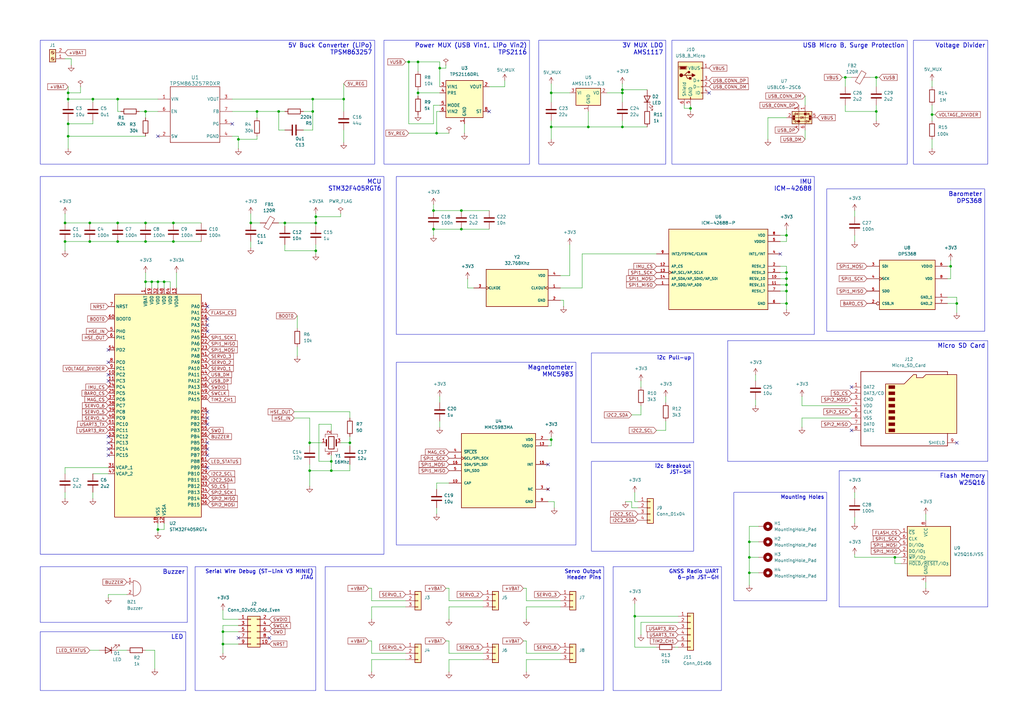
<source format=kicad_sch>
(kicad_sch (version 20250114) (generator "eeschema") (generator_version "9.0")
  (paper "A3")
  (title_block (title "Invictus Flight Computer") (date "2026-01-02") (rev "7") (company "Taiki Yamauchi"))
  (text_box "Power MUX (USB Vin1, LiPo Vin2)\nTPS2116 " (at 157.48 16.51 0) (size 59.69 50.8) (margins 0.9525 0.9525 0.9525 0.9525) (effects (font (size 1.778 1.778) (thickness 0.254) (bold yes)) (justify right top)))
  (text_box "i2c Breakout\nJST-SH\n" (at 242.57 189.23 0) (size 41.91 36.83) (margins 0.9525 0.9525 0.9525 0.9525) (effects (font (size 1.524 1.524) (thickness 0.254) (bold yes)) (justify right top)))
  (text_box "5V Buck Converter (LiPo)\nTPSM863257" (at 16.51 16.51 0) (size 137.16 50.8) (margins 0.9525 0.9525 0.9525 0.9525) (effects (font (size 1.778 1.778) (thickness 0.254) (bold yes)) (justify right top)))
  (text_box "GNSS Radio UART\n6-pin JST-GH" (at 251.46 232.41 0) (size 44.45 50.8) (margins 0.9525 0.9525 0.9525 0.9525) (effects (font (size 1.524 1.524) (thickness 0.254) (bold yes)) (justify right top)))
  (text_box "Serial Wire Debug (ST-Link V3 MINIE)\nJTAG" (at 80.01 232.41 0) (size 49.53 50.8) (margins 0.9525 0.9525 0.9525 0.9525) (effects (font (size 1.524 1.524) (thickness 0.254) (bold yes)) (justify right top)))
  (text_box "Buzzer\n" (at 16.51 232.41 0) (size 60.325 22.86) (margins 0.9525 0.9525 0.9525 0.9525) (effects (font (size 1.778 1.778) (thickness 0.254) (bold yes)) (justify right top)))
  (text_box "3V MUX LDO\nAMS1117" (at 220.98 16.51 0) (size 52.07 50.8) (margins 0.9525 0.9525 0.9525 0.9525) (effects (font (size 1.778 1.778) (thickness 0.254) (bold yes)) (justify right top)))
  (text_box "Micro SD Card\n" (at 298.45 139.7 0) (size 106.68 49.53) (margins 0.9525 0.9525 0.9525 0.9525) (effects (font (size 1.778 1.778) (thickness 0.254) (bold yes)) (justify right top)))
  (text_box "Mounting Holes\n" (at 300.99 201.93 0) (size 38.1 44.45) (margins 0.9525 0.9525 0.9525 0.9525) (effects (font (size 1.524 1.524) (thickness 0.254) (bold yes)) (justify right top)))
  (text_box "LED" (at 16.51 259.08 0) (size 59.69 24.13) (margins 0.9525 0.9525 0.9525 0.9525) (effects (font (size 1.778 1.778) (thickness 0.254) (bold yes)) (justify right top)))
  (text_box "MCU\nSTM32F405RGT6\n" (at 16.51 72.39 0) (size 140.97 154.94) (margins 0.9525 0.9525 0.9525 0.9525) (effects (font (size 1.778 1.778) (thickness 0.254) (bold yes)) (justify right top)))
  (text_box "Magnetometer\nMMC5983" (at 162.56 148.59 0) (size 73.66 74.93) (margins 0.9525 0.9525 0.9525 0.9525) (effects (font (size 1.778 1.778) (thickness 0.254) (bold yes)) (justify right top)))
  (text_box "USB Micro B, Surge Protection" (at 275.59 16.51 0) (size 96.52 50.8) (margins 0.9525 0.9525 0.9525 0.9525) (effects (font (size 1.778 1.778) (thickness 0.254) (bold yes)) (justify right top)))
  (text_box "Flash Memory\nW25Q16\n" (at 344.17 193.04 0) (size 60.96 55.88) (margins 0.9525 0.9525 0.9525 0.9525) (effects (font (size 1.778 1.778) (thickness 0.254) (bold yes)) (justify right top)))
  (text_box "Barometer\nDPS368" (at 339.09 77.47 0) (size 64.77 58.42) (margins 0.9525 0.9525 0.9525 0.9525) (effects (font (size 1.778 1.778) (thickness 0.254) (bold yes)) (justify right top)))
  (text_box "IMU\nICM-42688\n" (at 162.56 72.39 0) (size 171.45 64.77) (margins 0.9525 0.9525 0.9525 0.9525) (effects (font (size 1.778 1.778) (thickness 0.254) (bold yes)) (justify right top)))
  (text_box "Servo Output\nHeader Pins\n" (at 133.35 232.41 0) (size 114.3 50.8) (margins 0.9525 0.9525 0.9525 0.9525) (effects (font (size 1.524 1.524) (thickness 0.254) (bold yes)) (justify right top)))
  (text_box "Voltage Divider" (at 374.65 16.51 0) (size 30.48 50.8) (margins 0.9525 0.9525 0.9525 0.9525) (effects (font (size 1.778 1.778) (thickness 0.254) (bold yes)) (justify right top)))
  (text_box "i2c Pull-up" (at 242.57 144.78 0) (size 41.91 36.83) (margins 0.9525 0.9525 0.9525 0.9525) (effects (font (size 1.524 1.524) (thickness 0.254) (bold yes)) (justify right top)))
  (junction (at 382.27 46.99))
  (junction (at 322.58 111.76))
  (junction (at 322.58 116.84))
  (junction (at 59.69 115.57))
  (junction (at 97.79 57.15))
  (junction (at 180.34 27.94))
  (junction (at 307.34 228.6))
  (junction (at 127 181.61))
  (junction (at 322.58 114.3))
  (junction (at 307.34 222.25))
  (junction (at 71.12 91.44))
  (junction (at 116.84 91.44))
  (junction (at 102.87 91.44))
  (junction (at 171.45 25.4))
  (junction (at 389.89 109.22))
  (junction (at 143.51 181.61))
  (junction (at 260.35 252.73))
  (junction (at 255.27 38.1))
  (junction (at 129.54 88.9))
  (junction (at 283.21 44.45))
  (junction (at 27.94 38.1))
  (junction (at 322.58 96.52))
  (junction (at 128.27 40.64))
  (junction (at 255.27 36.83))
  (junction (at 179.07 54.61))
  (junction (at 177.8 93.98))
  (junction (at 241.3 52.07))
  (junction (at 48.26 99.06))
  (junction (at 226.06 52.07))
  (junction (at 71.12 99.06))
  (junction (at 59.69 45.72))
  (junction (at 36.83 99.06))
  (junction (at 114.3 45.72))
  (junction (at 48.26 40.64))
  (junction (at 64.77 115.57))
  (junction (at 189.23 86.36))
  (junction (at 346.71 31.75))
  (junction (at 135.89 193.04))
  (junction (at 140.97 40.64))
  (junction (at 36.83 91.44))
  (junction (at 105.41 45.72))
  (junction (at 367.03 228.6))
  (junction (at 322.58 124.46))
  (junction (at 48.26 91.44))
  (junction (at 255.27 52.07))
  (junction (at 26.67 99.06))
  (junction (at 307.34 234.95))
  (junction (at 27.94 40.64))
  (junction (at 177.8 86.36))
  (junction (at 26.67 91.44))
  (junction (at 27.94 50.8))
  (junction (at 62.23 115.57))
  (junction (at 129.54 102.87))
  (junction (at 359.41 31.75))
  (junction (at 127 193.04))
  (junction (at 91.44 259.08))
  (junction (at 226.06 180.34))
  (junction (at 128.27 45.72))
  (junction (at 226.06 38.1))
  (junction (at 38.1 40.64))
  (junction (at 91.44 264.16))
  (junction (at 189.23 93.98))
  (junction (at 67.31 115.57))
  (junction (at 27.94 55.88))
  (junction (at 167.64 25.4))
  (junction (at 392.43 124.46))
  (junction (at 135.89 189.23))
  (junction (at 171.45 38.1))
  (junction (at 64.77 217.17))
  (junction (at 59.69 99.06))
  (junction (at 359.41 45.72))
  (junction (at 59.69 91.44))
  (junction (at 129.54 91.44))
  (junction (at 322.58 119.38))
  (no_connect (at 200.66 45.72))
  (no_connect (at 290.83 38.1))
  (no_connect (at 44.45 148.59))
  (no_connect (at 85.09 186.69))
  (no_connect (at 85.09 125.73))
  (no_connect (at 224.79 200.66))
  (no_connect (at 97.79 261.62))
  (no_connect (at 44.45 143.51))
  (no_connect (at 85.09 171.45))
  (no_connect (at 44.45 153.67))
  (no_connect (at 44.45 156.21))
  (no_connect (at 44.45 181.61))
  (no_connect (at 44.45 186.69))
  (no_connect (at 85.09 168.91))
  (no_connect (at 85.09 184.15))
  (no_connect (at 44.45 179.07))
  (no_connect (at 85.09 181.61))
  (no_connect (at 85.09 133.35))
  (no_connect (at 64.77 55.88))
  (no_connect (at 44.45 184.15))
  (no_connect (at 320.04 104.14))
  (no_connect (at 95.25 50.8))
  (no_connect (at 85.09 130.81))
  (no_connect (at 85.09 135.89))
  (no_connect (at 349.25 158.75))
  (no_connect (at 85.09 173.99))
  (no_connect (at 392.43 181.61))
  (no_connect (at 85.09 191.77))
  (no_connect (at 349.25 176.53))
  (no_connect (at 110.49 261.62))
  (no_connect (at 224.79 190.5))
  (wire (pts (xy 350.52 201.93) (xy 350.52 204.47)))
  (wire (pts (xy 226.06 182.88) (xy 226.06 180.34)))
  (wire (pts (xy 184.15 262.89) (xy 184.15 267.97)))
  (wire (pts (xy 135.89 173.99) (xy 130.81 173.99)))
  (wire (pts (xy 260.35 252.73) (xy 278.13 252.73)))
  (wire (pts (xy 36.83 99.06) (xy 48.26 99.06)))
  (wire (pts (xy 191.77 118.11) (xy 194.31 118.11)))
  (wire (pts (xy 180.34 25.4) (xy 180.34 27.94)))
  (wire (pts (xy 177.8 93.98) (xy 189.23 93.98)))
  (wire (pts (xy 44.45 243.84) (xy 52.07 243.84)))
  (wire (pts (xy 184.15 248.92) (xy 184.15 254)))
  (wire (pts (xy 67.31 217.17) (xy 64.77 217.17)))
  (wire (pts (xy 200.66 93.98) (xy 189.23 93.98)))
  (wire (pts (xy 260.35 205.74) (xy 261.62 205.74)))
  (wire (pts (xy 129.54 91.44) (xy 116.84 91.44)))
  (wire (pts (xy 97.79 55.88) (xy 95.25 55.88)))
  (wire (pts (xy 52.07 266.7) (xy 48.26 266.7)))
  (wire (pts (xy 307.34 234.95) (xy 311.15 234.95)))
  (wire (pts (xy 260.35 252.73) (xy 260.35 265.43)))
  (wire (pts (xy 139.7 88.9) (xy 129.54 88.9)))
  (wire (pts (xy 48.26 91.44) (xy 59.69 91.44)))
  (wire (pts (xy 255.27 49.53) (xy 255.27 52.07)))
  (wire (pts (xy 255.27 38.1) (xy 255.27 41.91)))
  (wire (pts (xy 59.69 99.06) (xy 71.12 99.06)))
  (wire (pts (xy 379.73 210.82) (xy 379.73 213.36)))
  (wire (pts (xy 388.62 114.3) (xy 389.89 114.3)))
  (wire (pts (xy 59.69 48.26) (xy 59.69 45.72)))
  (wire (pts (xy 330.2 57.15) (xy 330.2 53.34)))
  (wire (pts (xy 152.4 248.92) (xy 166.37 248.92)))
  (wire (pts (xy 224.79 182.88) (xy 226.06 182.88)))
  (wire (pts (xy 59.69 115.57) (xy 59.69 118.11)))
  (wire (pts (xy 198.12 270.51) (xy 184.15 270.51)))
  (wire (pts (xy 231.14 123.19) (xy 229.87 123.19)))
  (wire (pts (xy 166.37 270.51) (xy 152.4 270.51)))
  (wire (pts (xy 116.84 102.87) (xy 116.84 100.33)))
  (wire (pts (xy 139.7 87.63) (xy 139.7 88.9)))
  (wire (pts (xy 97.79 256.54) (xy 91.44 256.54)))
  (wire (pts (xy 259.08 208.28) (xy 261.62 208.28)))
  (wire (pts (xy 143.51 181.61) (xy 143.51 182.88)))
  (wire (pts (xy 259.08 170.18) (xy 262.89 170.18)))
  (wire (pts (xy 67.31 115.57) (xy 67.31 118.11)))
  (wire (pts (xy 190.5 54.61) (xy 190.5 50.8)))
  (wire (pts (xy 269.24 176.53) (xy 273.05 176.53)))
  (wire (pts (xy 255.27 36.83) (xy 255.27 38.1)))
  (wire (pts (xy 359.41 35.56) (xy 359.41 31.75)))
  (wire (pts (xy 280.67 43.18) (xy 280.67 44.45)))
  (wire (pts (xy 238.76 104.14) (xy 269.24 104.14)))
  (wire (pts (xy 189.23 86.36) (xy 200.66 86.36)))
  (wire (pts (xy 152.4 248.92) (xy 152.4 254)))
  (wire (pts (xy 171.45 39.37) (xy 171.45 38.1)))
  (wire (pts (xy 238.76 118.11) (xy 238.76 104.14)))
  (wire (pts (xy 392.43 121.92) (xy 392.43 124.46)))
  (wire (pts (xy 48.26 45.72) (xy 49.53 45.72)))
  (wire (pts (xy 135.89 176.53) (xy 135.89 173.99)))
  (wire (pts (xy 309.88 153.67) (xy 309.88 156.21)))
  (wire (pts (xy 379.73 241.3) (xy 379.73 238.76)))
  (wire (pts (xy 59.69 111.76) (xy 59.69 115.57)))
  (wire (pts (xy 367.03 228.6) (xy 369.57 228.6)))
  (wire (pts (xy 140.97 53.34) (xy 140.97 58.42)))
  (wire (pts (xy 128.27 40.64) (xy 95.25 40.64)))
  (wire (pts (xy 132.08 181.61) (xy 127 181.61)))
  (wire (pts (xy 151.13 262.89) (xy 152.4 262.89)))
  (wire (pts (xy 71.12 91.44) (xy 82.55 91.44)))
  (wire (pts (xy 26.67 191.77) (xy 44.45 191.77)))
  (wire (pts (xy 152.4 246.38) (xy 166.37 246.38)))
  (wire (pts (xy 140.97 40.64) (xy 128.27 40.64)))
  (wire (pts (xy 389.89 109.22) (xy 388.62 109.22)))
  (wire (pts (xy 143.51 179.07) (xy 143.51 181.61)))
  (wire (pts (xy 322.58 99.06) (xy 322.58 96.52)))
  (wire (pts (xy 262.89 255.27) (xy 262.89 260.35)))
  (wire (pts (xy 350.52 228.6) (xy 367.03 228.6)))
  (wire (pts (xy 307.34 222.25) (xy 307.34 228.6)))
  (wire (pts (xy 350.52 214.63) (xy 350.52 212.09)))
  (wire (pts (xy 167.64 54.61) (xy 179.07 54.61)))
  (wire (pts (xy 135.89 186.69) (xy 135.89 189.23)))
  (wire (pts (xy 105.41 45.72) (xy 105.41 48.26)))
  (wire (pts (xy 26.67 204.47) (xy 26.67 201.93)))
  (wire (pts (xy 97.79 55.88) (xy 97.79 57.15)))
  (wire (pts (xy 226.06 34.29) (xy 226.06 38.1)))
  (wire (pts (xy 179.07 54.61) (xy 184.15 54.61)))
  (wire (pts (xy 64.77 214.63) (xy 64.77 217.17)))
  (wire (pts (xy 105.41 55.88) (xy 105.41 57.15)))
  (wire (pts (xy 322.58 127) (xy 322.58 124.46)))
  (wire (pts (xy 91.44 259.08) (xy 91.44 264.16)))
  (wire (pts (xy 121.92 146.05) (xy 121.92 142.24)))
  (wire (pts (xy 143.51 190.5) (xy 143.51 193.04)))
  (wire (pts (xy 26.67 99.06) (xy 36.83 99.06)))
  (wire (pts (xy 328.93 166.37) (xy 349.25 166.37)))
  (wire (pts (xy 72.39 111.76) (xy 72.39 118.11)))
  (wire (pts (xy 91.44 254) (xy 97.79 254)))
  (wire (pts (xy 129.54 87.63) (xy 129.54 88.9)))
  (wire (pts (xy 215.9 248.92) (xy 215.9 254)))
  (wire (pts (xy 27.94 38.1) (xy 27.94 35.56)))
  (wire (pts (xy 367.03 231.14) (xy 367.03 228.6)))
  (wire (pts (xy 226.06 179.07) (xy 226.06 180.34)))
  (wire (pts (xy 322.58 119.38) (xy 320.04 119.38)))
  (wire (pts (xy 320.04 99.06) (xy 322.58 99.06)))
  (wire (pts (xy 392.43 124.46) (xy 388.62 124.46)))
  (wire (pts (xy 140.97 45.72) (xy 140.97 40.64)))
  (wire (pts (xy 359.41 45.72) (xy 359.41 43.18)))
  (wire (pts (xy 29.21 26.67) (xy 29.21 24.13)))
  (wire (pts (xy 62.23 115.57) (xy 62.23 118.11)))
  (wire (pts (xy 179.07 45.72) (xy 179.07 54.61)))
  (wire (pts (xy 262.89 255.27) (xy 278.13 255.27)))
  (wire (pts (xy 151.13 241.3) (xy 152.4 241.3)))
  (wire (pts (xy 350.52 99.06) (xy 350.52 96.52)))
  (wire (pts (xy 179.07 45.72) (xy 180.34 45.72)))
  (wire (pts (xy 95.25 45.72) (xy 105.41 45.72)))
  (wire (pts (xy 388.62 121.92) (xy 392.43 121.92)))
  (wire (pts (xy 129.54 104.14) (xy 129.54 102.87)))
  (wire (pts (xy 64.77 115.57) (xy 64.77 118.11)))
  (wire (pts (xy 350.52 86.36) (xy 350.52 88.9)))
  (wire (pts (xy 71.12 99.06) (xy 82.55 99.06)))
  (wire (pts (xy 349.25 171.45) (xy 328.93 171.45)))
  (wire (pts (xy 207.01 33.02) (xy 207.01 35.56)))
  (wire (pts (xy 102.87 91.44) (xy 106.68 91.44)))
  (wire (pts (xy 129.54 102.87) (xy 129.54 100.33)))
  (wire (pts (xy 346.71 31.75) (xy 349.25 31.75)))
  (wire (pts (xy 182.88 262.89) (xy 184.15 262.89)))
  (wire (pts (xy 91.44 264.16) (xy 97.79 264.16)))
  (wire (pts (xy 356.87 31.75) (xy 359.41 31.75)))
  (wire (pts (xy 322.58 124.46) (xy 320.04 124.46)))
  (wire (pts (xy 127 181.61) (xy 127 182.88)))
  (wire (pts (xy 278.13 265.43) (xy 276.86 265.43)))
  (wire (pts (xy 27.94 55.88) (xy 59.69 55.88)))
  (wire (pts (xy 346.71 45.72) (xy 346.71 43.18)))
  (wire (pts (xy 226.06 180.34) (xy 224.79 180.34)))
  (wire (pts (xy 27.94 50.8) (xy 27.94 55.88)))
  (wire (pts (xy 182.88 241.3) (xy 184.15 241.3)))
  (wire (pts (xy 226.06 41.91) (xy 226.06 38.1)))
  (wire (pts (xy 143.51 193.04) (xy 135.89 193.04)))
  (wire (pts (xy 167.64 25.4) (xy 167.64 50.8)))
  (wire (pts (xy 214.63 241.3) (xy 215.9 241.3)))
  (wire (pts (xy 389.89 106.68) (xy 389.89 109.22)))
  (wire (pts (xy 130.81 173.99) (xy 130.81 189.23)))
  (wire (pts (xy 128.27 40.64) (xy 128.27 45.72)))
  (wire (pts (xy 177.8 86.36) (xy 189.23 86.36)))
  (wire (pts (xy 127 190.5) (xy 127 193.04)))
  (wire (pts (xy 382.27 43.18) (xy 382.27 46.99)))
  (wire (pts (xy 139.7 181.61) (xy 143.51 181.61)))
  (wire (pts (xy 27.94 55.88) (xy 27.94 60.96)))
  (wire (pts (xy 241.3 52.07) (xy 241.3 45.72)))
  (wire (pts (xy 322.58 111.76) (xy 320.04 111.76)))
  (wire (pts (xy 27.94 40.64) (xy 27.94 38.1)))
  (wire (pts (xy 233.68 113.03) (xy 229.87 113.03)))
  (wire (pts (xy 322.58 116.84) (xy 320.04 116.84)))
  (wire (pts (xy 322.58 114.3) (xy 320.04 114.3)))
  (wire (pts (xy 383.54 46.99) (xy 382.27 46.99)))
  (wire (pts (xy 322.58 114.3) (xy 322.58 116.84)))
  (wire (pts (xy 27.94 40.64) (xy 38.1 40.64)))
  (wire (pts (xy 322.58 116.84) (xy 322.58 119.38)))
  (wire (pts (xy 350.52 227.33) (xy 350.52 228.6)))
  (wire (pts (xy 359.41 49.53) (xy 359.41 45.72)))
  (wire (pts (xy 130.81 189.23) (xy 135.89 189.23)))
  (wire (pts (xy 127 193.04) (xy 135.89 193.04)))
  (wire (pts (xy 328.93 162.56) (xy 328.93 166.37)))
  (wire (pts (xy 307.34 228.6) (xy 307.34 234.95)))
  (wire (pts (xy 226.06 52.07) (xy 226.06 57.15)))
  (wire (pts (xy 171.45 25.4) (xy 167.64 25.4)))
  (wire (pts (xy 91.44 256.54) (xy 91.44 259.08)))
  (wire (pts (xy 180.34 162.56) (xy 180.34 165.1)))
  (wire (pts (xy 26.67 191.77) (xy 26.67 194.31)))
  (wire (pts (xy 382.27 57.15) (xy 382.27 60.96)))
  (wire (pts (xy 48.26 99.06) (xy 59.69 99.06)))
  (wire (pts (xy 33.02 35.56) (xy 33.02 38.1)))
  (wire (pts (xy 280.67 44.45) (xy 283.21 44.45)))
  (wire (pts (xy 59.69 266.7) (xy 63.5 266.7)))
  (wire (pts (xy 314.96 57.15) (xy 314.96 48.26)))
  (wire (pts (xy 128.27 45.72) (xy 128.27 53.34)))
  (wire (pts (xy 26.67 87.63) (xy 26.67 91.44)))
  (wire (pts (xy 392.43 128.27) (xy 392.43 124.46)))
  (wire (pts (xy 62.23 115.57) (xy 59.69 115.57)))
  (wire (pts (xy 29.21 24.13) (xy 26.67 24.13)))
  (wire (pts (xy 227.33 205.74) (xy 227.33 208.28)))
  (wire (pts (xy 224.79 205.74) (xy 227.33 205.74)))
  (wire (pts (xy 330.2 39.37) (xy 330.2 43.18)))
  (wire (pts (xy 129.54 88.9) (xy 129.54 91.44)))
  (wire (pts (xy 166.37 25.4) (xy 167.64 25.4)))
  (wire (pts (xy 114.3 45.72) (xy 116.84 45.72)))
  (wire (pts (xy 233.68 100.33) (xy 233.68 113.03)))
  (wire (pts (xy 307.34 222.25) (xy 311.15 222.25)))
  (wire (pts (xy 48.26 40.64) (xy 64.77 40.64)))
  (wire (pts (xy 177.8 83.82) (xy 177.8 86.36)))
  (wire (pts (xy 38.1 50.8) (xy 38.1 49.53)))
  (wire (pts (xy 307.34 215.9) (xy 307.34 222.25)))
  (wire (pts (xy 226.06 52.07) (xy 241.3 52.07)))
  (wire (pts (xy 273.05 172.72) (xy 273.05 176.53)))
  (wire (pts (xy 40.64 266.7) (xy 36.83 266.7)))
  (wire (pts (xy 389.89 114.3) (xy 389.89 109.22)))
  (wire (pts (xy 33.02 38.1) (xy 27.94 38.1)))
  (wire (pts (xy 177.8 96.52) (xy 177.8 93.98)))
  (wire (pts (xy 322.58 96.52) (xy 320.04 96.52)))
  (wire (pts (xy 129.54 92.71) (xy 129.54 91.44)))
  (wire (pts (xy 273.05 162.56) (xy 273.05 165.1)))
  (wire (pts (xy 207.01 35.56) (xy 200.66 35.56)))
  (wire (pts (xy 322.58 119.38) (xy 322.58 124.46)))
  (wire (pts (xy 307.34 234.95) (xy 307.34 240.03)))
  (wire (pts (xy 69.85 118.11) (xy 69.85 115.57)))
  (wire (pts (xy 121.92 129.54) (xy 121.92 134.62)))
  (wire (pts (xy 382.27 46.99) (xy 382.27 49.53)))
  (wire (pts (xy 124.46 53.34) (xy 128.27 53.34)))
  (wire (pts (xy 198.12 248.92) (xy 184.15 248.92)))
  (wire (pts (xy 182.88 27.94) (xy 180.34 27.94)))
  (wire (pts (xy 283.21 44.45) (xy 283.21 43.18)))
  (wire (pts (xy 177.8 43.18) (xy 180.34 43.18)))
  (wire (pts (xy 116.84 102.87) (xy 129.54 102.87)))
  (wire (pts (xy 215.9 270.51) (xy 215.9 275.59)))
  (wire (pts (xy 322.58 93.98) (xy 322.58 96.52)))
  (wire (pts (xy 152.4 270.51) (xy 152.4 275.59)))
  (wire (pts (xy 91.44 264.16) (xy 91.44 267.97)))
  (wire (pts (xy 27.94 50.8) (xy 38.1 50.8)))
  (wire (pts (xy 184.15 198.12) (xy 179.07 198.12)))
  (wire (pts (xy 260.35 247.65) (xy 260.35 252.73)))
  (wire (pts (xy 180.34 27.94) (xy 180.34 35.56)))
  (wire (pts (xy 307.34 215.9) (xy 311.15 215.9)))
  (wire (pts (xy 256.54 205.74) (xy 259.08 205.74)))
  (wire (pts (xy 38.1 204.47) (xy 38.1 201.93)))
  (wire (pts (xy 64.77 217.17) (xy 64.77 218.44)))
  (wire (pts (xy 64.77 115.57) (xy 62.23 115.57)))
  (wire (pts (xy 127 171.45) (xy 127 181.61)))
  (wire (pts (xy 38.1 40.64) (xy 48.26 40.64)))
  (wire (pts (xy 102.87 87.63) (xy 102.87 91.44)))
  (wire (pts (xy 36.83 91.44) (xy 48.26 91.44)))
  (wire (pts (xy 229.87 248.92) (xy 215.9 248.92)))
  (wire (pts (xy 255.27 34.29) (xy 255.27 36.83)))
  (wire (pts (xy 124.46 45.72) (xy 128.27 45.72)))
  (wire (pts (xy 152.4 267.97) (xy 166.37 267.97)))
  (wire (pts (xy 231.14 123.19) (xy 231.14 125.73)))
  (wire (pts (xy 184.15 246.38) (xy 198.12 246.38)))
  (wire (pts (xy 167.64 50.8) (xy 177.8 50.8)))
  (wire (pts (xy 116.84 91.44) (xy 114.3 91.44)))
  (wire (pts (xy 105.41 45.72) (xy 114.3 45.72)))
  (wire (pts (xy 262.89 156.21) (xy 262.89 158.75)))
  (wire (pts (xy 48.26 40.64) (xy 48.26 45.72)))
  (wire (pts (xy 307.34 228.6) (xy 311.15 228.6)))
  (wire (pts (xy 229.87 270.51) (xy 215.9 270.51)))
  (wire (pts (xy 184.15 270.51) (xy 184.15 275.59)))
  (wire (pts (xy 143.51 171.45) (xy 143.51 168.91)))
  (wire (pts (xy 120.65 171.45) (xy 127 171.45)))
  (wire (pts (xy 241.3 52.07) (xy 255.27 52.07)))
  (wire (pts (xy 140.97 34.29) (xy 140.97 40.64)))
  (wire (pts (xy 226.06 49.53) (xy 226.06 52.07)))
  (wire (pts (xy 215.9 246.38) (xy 229.87 246.38)))
  (wire (pts (xy 114.3 53.34) (xy 116.84 53.34)))
  (wire (pts (xy 105.41 57.15) (xy 97.79 57.15)))
  (wire (pts (xy 345.44 31.75) (xy 346.71 31.75)))
  (wire (pts (xy 262.89 166.37) (xy 262.89 170.18)))
  (wire (pts (xy 259.08 205.74) (xy 259.08 208.28)))
  (wire (pts (xy 314.96 48.26) (xy 322.58 48.26)))
  (wire (pts (xy 359.41 31.75) (xy 360.68 31.75)))
  (wire (pts (xy 322.58 109.22) (xy 320.04 109.22)))
  (wire (pts (xy 135.89 193.04) (xy 135.89 189.23)))
  (wire (pts (xy 152.4 262.89) (xy 152.4 267.97)))
  (wire (pts (xy 67.31 115.57) (xy 64.77 115.57)))
  (wire (pts (xy 27.94 50.8) (xy 27.94 49.53)))
  (wire (pts (xy 38.1 41.91) (xy 38.1 40.64)))
  (wire (pts (xy 369.57 231.14) (xy 367.03 231.14)))
  (wire (pts (xy 114.3 53.34) (xy 114.3 45.72)))
  (wire (pts (xy 180.34 25.4) (xy 171.45 25.4)))
  (wire (pts (xy 265.43 52.07) (xy 255.27 52.07)))
  (wire (pts (xy 255.27 36.83) (xy 265.43 36.83)))
  (wire (pts (xy 322.58 109.22) (xy 322.58 111.76)))
  (wire (pts (xy 255.27 38.1) (xy 248.92 38.1)))
  (wire (pts (xy 97.79 57.15) (xy 97.79 60.96)))
  (wire (pts (xy 171.45 36.83) (xy 171.45 38.1)))
  (wire (pts (xy 226.06 38.1) (xy 233.68 38.1)))
  (wire (pts (xy 143.51 168.91) (xy 120.65 168.91)))
  (wire (pts (xy 260.35 265.43) (xy 269.24 265.43)))
  (wire (pts (xy 180.34 175.26) (xy 180.34 172.72)))
  (wire (pts (xy 214.63 262.89) (xy 215.9 262.89)))
  (wire (pts (xy 215.9 262.89) (xy 215.9 267.97)))
  (wire (pts (xy 215.9 241.3) (xy 215.9 246.38)))
  (wire (pts (xy 91.44 259.08) (xy 97.79 259.08)))
  (wire (pts (xy 346.71 45.72) (xy 359.41 45.72)))
  (wire (pts (xy 283.21 45.72) (xy 283.21 44.45)))
  (wire (pts (xy 215.9 267.97) (xy 229.87 267.97)))
  (wire (pts (xy 260.35 201.93) (xy 260.35 205.74)))
  (wire (pts (xy 179.07 198.12) (xy 179.07 200.66)))
  (wire (pts (xy 102.87 99.06) (xy 102.87 101.6)))
  (wire (pts (xy 229.87 118.11) (xy 238.76 118.11)))
  (wire (pts (xy 382.27 33.02) (xy 382.27 35.56)))
  (wire (pts (xy 26.67 99.06) (xy 26.67 102.87)))
  (wire (pts (xy 182.88 26.67) (xy 182.88 27.94)))
  (wire (pts (xy 309.88 166.37) (xy 309.88 163.83)))
  (wire (pts (xy 191.77 114.3) (xy 191.77 118.11)))
  (wire (pts (xy 91.44 250.19) (xy 91.44 254)))
  (wire (pts (xy 69.85 115.57) (xy 67.31 115.57)))
  (wire (pts (xy 44.45 245.11) (xy 44.45 243.84)))
  (wire (pts (xy 152.4 241.3) (xy 152.4 246.38)))
  (wire (pts (xy 177.8 50.8) (xy 177.8 43.18)))
  (wire (pts (xy 57.15 45.72) (xy 59.69 45.72)))
  (wire (pts (xy 63.5 266.7) (xy 63.5 274.32)))
  (wire (pts (xy 38.1 194.31) (xy 44.45 194.31)))
  (wire (pts (xy 26.67 91.44) (xy 36.83 91.44)))
  (wire (pts (xy 27.94 41.91) (xy 27.94 40.64)))
  (wire (pts (xy 328.93 171.45) (xy 328.93 175.26)))
  (wire (pts (xy 171.45 29.21) (xy 171.45 25.4)))
  (wire (pts (xy 322.58 111.76) (xy 322.58 114.3)))
  (wire (pts (xy 179.07 210.82) (xy 179.07 208.28)))
  (wire (pts (xy 184.15 267.97) (xy 198.12 267.97)))
  (wire (pts (xy 59.69 45.72) (xy 64.77 45.72)))
  (wire (pts (xy 59.69 91.44) (xy 71.12 91.44)))
  (wire (pts (xy 67.31 214.63) (xy 67.31 217.17)))
  (wire (pts (xy 171.45 38.1) (xy 180.34 38.1)))
  (wire (pts (xy 184.15 241.3) (xy 184.15 246.38)))
  (wire (pts (xy 127 193.04) (xy 127 199.39)))
  (wire (pts (xy 116.84 92.71) (xy 116.84 91.44)))
  (wire (pts (xy 346.71 35.56) (xy 346.71 31.75)))
  (global_label "HSE_IN" (shape input) (at 44.45 135.89 180) (property "Intersheetrefs" "${INTERSHEET_REFS}" (effects (hide yes))))
  (global_label "SPI1_SCK" (shape input) (at 184.15 187.96 180) (property "Intersheetrefs" "${INTERSHEET_REFS}" (effects (hide yes))))
  (global_label "SPI2_MOSI" (shape input) (at 85.09 207.01 0) (property "Intersheetrefs" "${INTERSHEET_REFS}" (effects (hide yes))))
  (global_label "USART3_TX" (shape input) (at 278.13 260.35 180) (property "Intersheetrefs" "${INTERSHEET_REFS}" (effects (hide yes))))
  (global_label "TIM2_CH1" (shape input) (at 85.09 163.83 0) (property "Intersheetrefs" "${INTERSHEET_REFS}" (effects (hide yes))))
  (global_label "HSE_IN" (shape input) (at 120.65 171.45 180) (property "Intersheetrefs" "${INTERSHEET_REFS}" (effects (hide yes))))
  (global_label "BOOT0" (shape input) (at 121.92 129.54 180) (property "Intersheetrefs" "${INTERSHEET_REFS}" (effects (hide yes))))
  (global_label "LED_STATUS" (shape input) (at 85.09 189.23 0) (property "Intersheetrefs" "${INTERSHEET_REFS}" (effects (hide yes))))
  (global_label "MAG_CS" (shape input) (at 184.15 185.42 180) (property "Intersheetrefs" "${INTERSHEET_REFS}" (effects (hide yes))))
  (global_label "SPI1_MOSI" (shape input) (at 85.09 143.51 0) (property "Intersheetrefs" "${INTERSHEET_REFS}" (effects (hide yes))))
  (global_label "SPI1_MOSI" (shape input) (at 184.15 190.5 180) (property "Intersheetrefs" "${INTERSHEET_REFS}" (effects (hide yes))))
  (global_label "SERVO_5" (shape input) (at 198.12 265.43 180) (property "Intersheetrefs" "${INTERSHEET_REFS}" (effects (hide yes))))
  (global_label "SPI1_SCK" (shape input) (at 355.6 114.3 180) (property "Intersheetrefs" "${INTERSHEET_REFS}" (effects (hide yes))))
  (global_label "SWCLK" (shape input) (at 85.09 161.29 0) (property "Intersheetrefs" "${INTERSHEET_REFS}" (effects (hide yes))))
  (global_label "USB_DM" (shape input) (at 85.09 153.67 0) (property "Intersheetrefs" "${INTERSHEET_REFS}" (effects (hide yes))))
  (global_label "VUSB" (shape input) (at 166.37 25.4 180) (property "Intersheetrefs" "${INTERSHEET_REFS}" (effects (hide yes))))
  (global_label "TIM2_CH1" (shape input) (at 278.13 262.89 180) (property "Intersheetrefs" "${INTERSHEET_REFS}" (effects (hide yes))))
  (global_label "BARO_CS" (shape input) (at 44.45 161.29 180) (property "Intersheetrefs" "${INTERSHEET_REFS}" (effects (hide yes))))
  (global_label "FLASH_CS" (shape input) (at 369.57 218.44 180) (property "Intersheetrefs" "${INTERSHEET_REFS}" (effects (hide yes))))
  (global_label "SERVO_2" (shape input) (at 85.09 148.59 0) (property "Intersheetrefs" "${INTERSHEET_REFS}" (effects (hide yes))))
  (global_label "+VBAT" (shape input) (at 214.63 241.3 180) (property "Intersheetrefs" "${INTERSHEET_REFS}" (effects (hide yes))))
  (global_label "SERVO_6" (shape input) (at 44.45 166.37 180) (property "Intersheetrefs" "${INTERSHEET_REFS}" (effects (hide yes))))
  (global_label "USB_CONN_DP" (shape input) (at 290.83 33.02 0) (property "Intersheetrefs" "${INTERSHEET_REFS}" (effects (hide yes))))
  (global_label "+VBAT" (shape input) (at 26.67 21.59 0) (property "Intersheetrefs" "${INTERSHEET_REFS}" (effects (hide yes))))
  (global_label "VOLTAGE_DIVIDER" (shape input) (at 44.45 151.13 180) (property "Intersheetrefs" "${INTERSHEET_REFS}" (effects (hide yes))))
  (global_label "SERVO_5" (shape input) (at 44.45 168.91 180) (property "Intersheetrefs" "${INTERSHEET_REFS}" (effects (hide yes))))
  (global_label "VOLTAGE_DIVIDER" (shape input) (at 383.54 46.99 0) (property "Intersheetrefs" "${INTERSHEET_REFS}" (effects (hide yes))))
  (global_label "BUZZER" (shape input) (at 85.09 179.07 0) (property "Intersheetrefs" "${INTERSHEET_REFS}" (effects (hide yes))))
  (global_label "USART3_TX" (shape input) (at 44.45 173.99 180) (property "Intersheetrefs" "${INTERSHEET_REFS}" (effects (hide yes))))
  (global_label "SPI1_MOSI" (shape input) (at 355.6 109.22 180) (property "Intersheetrefs" "${INTERSHEET_REFS}" (effects (hide yes))))
  (global_label "LED_STATUS" (shape input) (at 36.83 266.7 180) (property "Intersheetrefs" "${INTERSHEET_REFS}" (effects (hide yes))))
  (global_label "I2C2_SCL" (shape input) (at 85.09 194.31 0) (property "Intersheetrefs" "${INTERSHEET_REFS}" (effects (hide yes))))
  (global_label "SERVO_3" (shape input) (at 85.09 146.05 0) (property "Intersheetrefs" "${INTERSHEET_REFS}" (effects (hide yes))))
  (global_label "SD_CS" (shape input) (at 85.09 199.39 0) (property "Intersheetrefs" "${INTERSHEET_REFS}" (effects (hide yes))))
  (global_label "SERVO_1" (shape input) (at 85.09 151.13 0) (property "Intersheetrefs" "${INTERSHEET_REFS}" (effects (hide yes))))
  (global_label "SERVO_2" (shape input) (at 198.12 243.84 180) (property "Intersheetrefs" "${INTERSHEET_REFS}" (effects (hide yes))))
  (global_label "USART3_RX" (shape input) (at 44.45 176.53 180) (property "Intersheetrefs" "${INTERSHEET_REFS}" (effects (hide yes))))
  (global_label "USB_DP" (shape input) (at 85.09 156.21 0) (property "Intersheetrefs" "${INTERSHEET_REFS}" (effects (hide yes))))
  (global_label "NRST" (shape input) (at 44.45 125.73 180) (property "Intersheetrefs" "${INTERSHEET_REFS}" (effects (hide yes))))
  (global_label "SPI1_MOSI" (shape input) (at 369.57 223.52 180) (property "Intersheetrefs" "${INTERSHEET_REFS}" (effects (hide yes))))
  (global_label "SPI1_MISO" (shape input) (at 184.15 193.04 180) (property "Intersheetrefs" "${INTERSHEET_REFS}" (effects (hide yes))))
  (global_label "SERVO_4" (shape input) (at 166.37 265.43 180) (property "Intersheetrefs" "${INTERSHEET_REFS}" (effects (hide yes))))
  (global_label "FLASH_CS" (shape input) (at 85.09 128.27 0) (property "Intersheetrefs" "${INTERSHEET_REFS}" (effects (hide yes))))
  (global_label "VBUS" (shape input) (at 345.44 31.75 180) (property "Intersheetrefs" "${INTERSHEET_REFS}" (effects (hide yes))))
  (global_label "+VBAT" (shape input) (at 214.63 262.89 180) (property "Intersheetrefs" "${INTERSHEET_REFS}" (effects (hide yes))))
  (global_label "SPI1_SCK" (shape input) (at 269.24 111.76 180) (property "Intersheetrefs" "${INTERSHEET_REFS}" (effects (hide yes))))
  (global_label "USB_CONN_DM" (shape input) (at 290.83 35.56 0) (property "Intersheetrefs" "${INTERSHEET_REFS}" (effects (hide yes))))
  (global_label "BOOT0" (shape input) (at 44.45 130.81 180) (property "Intersheetrefs" "${INTERSHEET_REFS}" (effects (hide yes))))
  (global_label "IMU_CS" (shape input) (at 44.45 158.75 180) (property "Intersheetrefs" "${INTERSHEET_REFS}" (effects (hide yes))))
  (global_label "SPI2_SCK" (shape input) (at 85.09 201.93 0) (property "Intersheetrefs" "${INTERSHEET_REFS}" (effects (hide yes))))
  (global_label "SWDIO" (shape input) (at 85.09 158.75 0) (property "Intersheetrefs" "${INTERSHEET_REFS}" (effects (hide yes))))
  (global_label "+VBAT" (shape input) (at 151.13 262.89 180) (property "Intersheetrefs" "${INTERSHEET_REFS}" (effects (hide yes))))
  (global_label "BARO_CS" (shape input) (at 355.6 124.46 180) (property "Intersheetrefs" "${INTERSHEET_REFS}" (effects (hide yes))))
  (global_label "I2C2_SDA" (shape input) (at 85.09 196.85 0) (property "Intersheetrefs" "${INTERSHEET_REFS}" (effects (hide yes))))
  (global_label "+VBAT" (shape input) (at 151.13 241.3 180) (property "Intersheetrefs" "${INTERSHEET_REFS}" (effects (hide yes))))
  (global_label "SPI2_MISO" (shape input) (at 349.25 173.99 180) (property "Intersheetrefs" "${INTERSHEET_REFS}" (effects (hide yes))))
  (global_label "MAG_CS" (shape input) (at 44.45 163.83 180) (property "Intersheetrefs" "${INTERSHEET_REFS}" (effects (hide yes))))
  (global_label "SPI1_MOSI" (shape input) (at 269.24 114.3 180) (property "Intersheetrefs" "${INTERSHEET_REFS}" (effects (hide yes))))
  (global_label "HSE_OUT" (shape input) (at 44.45 138.43 180) (property "Intersheetrefs" "${INTERSHEET_REFS}" (effects (hide yes))))
  (global_label "I2C2_SDA" (shape input) (at 259.08 170.18 180) (property "Intersheetrefs" "${INTERSHEET_REFS}" (effects (hide yes))))
  (global_label "SPI2_MOSI" (shape input) (at 349.25 163.83 180) (property "Intersheetrefs" "${INTERSHEET_REFS}" (effects (hide yes))))
  (global_label "HSE_OUT" (shape input) (at 120.65 168.91 180) (property "Intersheetrefs" "${INTERSHEET_REFS}" (effects (hide yes))))
  (global_label "+VBAT" (shape input) (at 182.88 262.89 180) (property "Intersheetrefs" "${INTERSHEET_REFS}" (effects (hide yes))))
  (global_label "USB_DM" (shape input) (at 330.2 57.15 180) (property "Intersheetrefs" "${INTERSHEET_REFS}" (effects (hide yes))))
  (global_label "+VBAT" (shape input) (at 27.94 35.56 180) (property "Intersheetrefs" "${INTERSHEET_REFS}" (effects (hide yes))))
  (global_label "SPI2_MISO" (shape input) (at 85.09 204.47 0) (property "Intersheetrefs" "${INTERSHEET_REFS}" (effects (hide yes))))
  (global_label "SERVO_1" (shape input) (at 166.37 243.84 180) (property "Intersheetrefs" "${INTERSHEET_REFS}" (effects (hide yes))))
  (global_label "SD_CS" (shape input) (at 349.25 161.29 180) (property "Intersheetrefs" "${INTERSHEET_REFS}" (effects (hide yes))))
  (global_label "SERVO_4" (shape input) (at 44.45 171.45 180) (property "Intersheetrefs" "${INTERSHEET_REFS}" (effects (hide yes))))
  (global_label "I2C2_SDA" (shape input) (at 261.62 213.36 180) (property "Intersheetrefs" "${INTERSHEET_REFS}" (effects (hide yes))))
  (global_label "SWCLK" (shape input) (at 110.49 256.54 0) (property "Intersheetrefs" "${INTERSHEET_REFS}" (effects (hide yes))))
  (global_label "SPI1_MISO" (shape input) (at 369.57 226.06 180) (property "Intersheetrefs" "${INTERSHEET_REFS}" (effects (hide yes))))
  (global_label "5V_REG" (shape input) (at 140.97 34.29 0) (property "Intersheetrefs" "${INTERSHEET_REFS}" (effects (hide yes))))
  (global_label "SPI2_SCK" (shape input) (at 349.25 168.91 180) (property "Intersheetrefs" "${INTERSHEET_REFS}" (effects (hide yes))))
  (global_label "USB_CONN_DM" (shape input) (at 330.2 39.37 180) (property "Intersheetrefs" "${INTERSHEET_REFS}" (effects (hide yes))))
  (global_label "SPI1_MISO" (shape input) (at 85.09 140.97 0) (property "Intersheetrefs" "${INTERSHEET_REFS}" (effects (hide yes))))
  (global_label "SWO" (shape input) (at 110.49 259.08 0) (property "Intersheetrefs" "${INTERSHEET_REFS}" (effects (hide yes))))
  (global_label "IMU_CS" (shape input) (at 269.24 109.22 180) (property "Intersheetrefs" "${INTERSHEET_REFS}" (effects (hide yes))))
  (global_label "NRST" (shape input) (at 110.49 264.16 0) (property "Intersheetrefs" "${INTERSHEET_REFS}" (effects (hide yes))))
  (global_label "SERVO_3" (shape input) (at 229.87 243.84 180) (property "Intersheetrefs" "${INTERSHEET_REFS}" (effects (hide yes))))
  (global_label "SWO" (shape input) (at 85.09 176.53 0) (property "Intersheetrefs" "${INTERSHEET_REFS}" (effects (hide yes))))
  (global_label "SPI1_SCK" (shape input) (at 85.09 138.43 0) (property "Intersheetrefs" "${INTERSHEET_REFS}" (effects (hide yes))))
  (global_label "I2C2_SCL" (shape input) (at 261.62 210.82 180) (property "Intersheetrefs" "${INTERSHEET_REFS}" (effects (hide yes))))
  (global_label "SERVO_6" (shape input) (at 229.87 265.43 180) (property "Intersheetrefs" "${INTERSHEET_REFS}" (effects (hide yes))))
  (global_label "SPI1_MISO" (shape input) (at 269.24 116.84 180) (property "Intersheetrefs" "${INTERSHEET_REFS}" (effects (hide yes))))
  (global_label "USB_CONN_DP" (shape input) (at 327.66 43.18 180) (property "Intersheetrefs" "${INTERSHEET_REFS}" (effects (hide yes))))
  (global_label "VUSB" (shape input) (at 360.68 31.75 0) (property "Intersheetrefs" "${INTERSHEET_REFS}" (effects (hide yes))))
  (global_label "SPI1_SCK" (shape input) (at 369.57 220.98 180) (property "Intersheetrefs" "${INTERSHEET_REFS}" (effects (hide yes))))
  (global_label "5V_REG" (shape input) (at 167.64 54.61 180) (property "Intersheetrefs" "${INTERSHEET_REFS}" (effects (hide yes))))
  (global_label "+VBAT" (shape input) (at 182.88 241.3 180) (property "Intersheetrefs" "${INTERSHEET_REFS}" (effects (hide yes))))
  (global_label "VBUS" (shape input) (at 335.28 48.26 0) (property "Intersheetrefs" "${INTERSHEET_REFS}" (effects (hide yes))))
  (global_label "USART3_RX" (shape input) (at 278.13 257.81 180) (property "Intersheetrefs" "${INTERSHEET_REFS}" (effects (hide yes))))
  (global_label "BUZZER" (shape input) (at 52.07 238.76 180) (property "Intersheetrefs" "${INTERSHEET_REFS}" (effects (hide yes))))
  (global_label "SPI1_MISO" (shape input) (at 355.6 119.38 180) (property "Intersheetrefs" "${INTERSHEET_REFS}" (effects (hide yes))))
  (global_label "USB_DP" (shape input) (at 327.66 53.34 180) (property "Intersheetrefs" "${INTERSHEET_REFS}" (effects (hide yes))))
  (global_label "SWDIO" (shape input) (at 110.49 254 0) (property "Intersheetrefs" "${INTERSHEET_REFS}" (effects (hide yes))))
  (global_label "I2C2_SCL" (shape input) (at 269.24 176.53 180) (property "Intersheetrefs" "${INTERSHEET_REFS}" (effects (hide yes))))
  (global_label "VBUS" (shape input) (at 290.83 27.94 0) (property "Intersheetrefs" "${INTERSHEET_REFS}" (effects (hide yes))))
  (symbol (lib_id "Device:R") (at 265.43 48.26 0) (unit 1)
    (property "Reference" "R11" (at 267.97 46.9899 0) (effects (justify left)))
    (property "Value" "1k" (at 267.97 49.5299 0) (effects (justify left)))
    (property "Footprint" "Resistor_SMD:R_0603_1608Metric" (effects (hide yes)))
    (property "Description" "Resistor" (effects (hide yes)))
  )
  (symbol (lib_id "MCU_ST_STM32F4:STM32F405RGTx") (at 64.77 166.37 0) (unit 1)
    (property "Reference" "U2" (at 69.4533 214.63 0) (effects (justify left)))
    (property "Value" "STM32F405RGTx" (at 69.4533 217.17 0) (effects (justify left)))
    (property "Footprint" "Package_QFP:LQFP-64_10x10mm_P0.5mm" (effects (hide yes)))
    (property "Datasheet" "https://www.st.com/resource/en/datasheet/stm32f405rg.pdf" (effects (hide yes)))
    (property "Description" "STMicroelectronics Arm Cortex-M4 MCU, 1024KB flash, 192KB RAM, 168 MHz, 1.8-3.6V, 51 GPIO, LQFP64" (effects (hide yes)))
  )
  (symbol (lib_id "Mechanical:MountingHole_Pad") (at 313.69 234.95 270) (unit 1) (in_bom no)
    (property "Reference" "H4" (at 317.5 233.6799 90) (effects (justify left)))
    (property "Value" "MountingHole_Pad" (at 317.5 236.2199 90) (effects (justify left)))
    (property "Footprint" "MountingHole:MountingHole_3.5mm_Pad_Via" (effects (hide yes)))
    (property "Description" "Mounting Hole with connection" (effects (hide yes)))
  )
  (symbol (lib_id "Device:R") (at 273.05 265.43 270) (unit 1)
    (property "Reference" "R13" (at 273.05 268.732 90))
    (property "Value" "10k" (at 273.05 271.272 90))
    (property "Footprint" "Resistor_SMD:R_0603_1608Metric" (effects (hide yes)))
    (property "Description" "Resistor" (effects (hide yes)))
  )
  (symbol (lib_id "power:GND") (at 309.88 166.37 0) (unit 1)
    (property "Reference" "#PWR053" (effects (hide yes)))
    (property "Value" "GND" (effects (hide yes)))
    (property "Description" "Power symbol creates a global label with name \"GND\" , ground" (effects (hide yes)))
  )
  (symbol (lib_id "Connector_Generic:Conn_02x05_Odd_Even") (at 102.87 259.08 0) (unit 1)
    (property "Reference" "J2" (at 104.14 247.65 0))
    (property "Value" "Conn_02x05_Odd_Even" (at 104.14 250.19 0))
    (property "Footprint" "Connector_PinHeader_1.27mm:PinHeader_2x05_P1.27mm_Vertical" (effects (hide yes)))
    (property "Description" "Generic connector, double row, 02x05, odd/even pin numbering scheme (row 1 odd numbers, row 2 even numbers), script generated (kicad-library-utils/schlib/autogen/connector/)" (effects (hide yes)))
  )
  (symbol (lib_id "Mechanical:MountingHole_Pad") (at 313.69 215.9 270) (unit 1) (in_bom no)
    (property "Reference" "H1" (at 317.5 214.6299 90) (effects (justify left)))
    (property "Value" "MountingHole_Pad" (at 317.5 217.1699 90) (effects (justify left)))
    (property "Footprint" "MountingHole:MountingHole_3.5mm_Pad_Via" (effects (hide yes)))
    (property "Description" "Mounting Hole with connection" (effects (hide yes)))
  )
  (symbol (lib_id "power:GND") (at 328.93 175.26 0) (unit 1)
    (property "Reference" "#PWR058" (effects (hide yes)))
    (property "Value" "GND" (effects (hide yes)))
    (property "Description" "Power symbol creates a global label with name \"GND\" , ground" (effects (hide yes)))
  )
  (symbol (lib_id "power:GND") (at 91.44 267.97 0) (unit 1)
    (property "Reference" "#PWR013" (effects (hide yes)))
    (property "Value" "GND" (effects (hide yes)))
    (property "Description" "Power symbol creates a global label with name \"GND\" , ground" (effects (hide yes)))
  )
  (symbol (lib_id "power:GND") (at 215.9 275.59 0) (unit 1)
    (property "Reference" "#PWR036" (effects (hide yes)))
    (property "Value" "GND" (effects (hide yes)))
    (property "Description" "Power symbol creates a global label with name \"GND\" , ground" (effects (hide yes)))
  )
  (symbol (lib_id "power:+3.3V") (at 260.35 247.65 0) (unit 1)
    (property "Reference" "#PWR046" (effects (hide yes)))
    (property "Value" "+3V3" (at 260.35 242.57 0))
    (property "Description" "Power symbol creates a global label with name \"+3.3V\"" (effects (hide yes)))
  )
  (symbol (lib_id "power:GND") (at 152.4 275.59 0) (unit 1)
    (property "Reference" "#PWR023" (effects (hide yes)))
    (property "Value" "GND" (effects (hide yes)))
    (property "Description" "Power symbol creates a global label with name \"GND\" , ground" (effects (hide yes)))
  )
  (symbol (lib_id "Device:R") (at 171.45 33.02 180) (unit 1)
    (property "Reference" "R8" (at 173.99 31.7499 0) (effects (justify right)))
    (property "Value" "10k" (at 173.99 34.2899 0) (effects (justify right)))
    (property "Footprint" "Resistor_SMD:R_0603_1608Metric" (effects (hide yes)))
    (property "Description" "Resistor" (effects (hide yes)))
  )
  (symbol (lib_id "Device:FerriteBead") (at 353.06 31.75 90) (unit 1)
    (property "Reference" "FB2" (at 349.504 26.924 90))
    (property "Value" "120R" (at 349.504 29.464 90))
    (property "Footprint" "Inductor_SMD:L_0603_1608Metric" (effects (hide yes)))
    (property "Description" "Ferrite bead" (effects (hide yes)))
  )
  (symbol (lib_id "Device:C") (at 38.1 45.72 0) (unit 1)
    (property "Reference" "C5" (at 41.148 44.45 0) (effects (justify left)))
    (property "Value" "0u1" (at 41.148 46.99 0) (effects (justify left)))
    (property "Footprint" "Capacitor_SMD:C_0402_1005Metric" (effects (hide yes)))
    (property "Description" "Unpolarized capacitor" (effects (hide yes)))
  )
  (symbol (lib_id "Regulator_Linear:AMS1117-3.3") (at 241.3 38.1 0) (unit 1)
    (property "Reference" "U5" (at 241.3 31.75 0))
    (property "Value" "AMS1117-3.3" (at 241.3 34.29 0))
    (property "Footprint" "Package_TO_SOT_SMD:SOT-223-3_TabPin2" (effects (hide yes)))
    (property "Datasheet" "http://www.advanced-monolithic.com/pdf/ds1117.pdf" (effects (hide yes)))
    (property "Description" "1A Low Dropout regulator, positive, 3.3V fixed output, SOT-223" (effects (hide yes)))
  )
  (symbol (lib_id "power:GND") (at 177.8 96.52 0) (unit 1)
    (property "Reference" "#PWR026" (effects (hide yes)))
    (property "Value" "GND" (effects (hide yes)))
    (property "Description" "Power symbol creates a global label with name \"GND\" , ground" (effects (hide yes)))
  )
  (symbol (lib_id "power:+3.3V") (at 102.87 87.63 0) (unit 1)
    (property "Reference" "#PWR015" (effects (hide yes)))
    (property "Value" "+3V3" (at 102.87 82.55 0))
    (property "Description" "Power symbol creates a global label with name \"+3.3V\"" (effects (hide yes)))
  )
  (symbol (lib_id "power:GND") (at 102.87 101.6 0) (unit 1)
    (property "Reference" "#PWR016" (effects (hide yes)))
    (property "Value" "GND" (effects (hide yes)))
    (property "Description" "Power symbol creates a global label with name \"GND\" , ground" (effects (hide yes)))
  )
  (symbol (lib_id "Device:C") (at 102.87 95.25 0) (unit 1)
    (property "Reference" "C11" (at 105.41 96.774 0) (effects (justify left)))
    (property "Value" "1u" (at 105.41 99.314 0) (effects (justify left)))
    (property "Footprint" "Capacitor_SMD:C_0603_1608Metric" (effects (hide yes)))
    (property "Description" "Unpolarized capacitor" (effects (hide yes)))
  )
  (symbol (lib_id "Device:C") (at 59.69 95.25 0) (unit 1)
    (property "Reference" "C8" (at 62.738 93.98 0) (effects (justify left)))
    (property "Value" "100n" (at 62.738 96.52 0) (effects (justify left)))
    (property "Footprint" "Capacitor_SMD:C_0402_1005Metric" (effects (hide yes)))
    (property "Description" "Unpolarized capacitor" (effects (hide yes)))
  )
  (symbol (lib_id "Device:Buzzer") (at 54.61 241.3 0) (unit 1)
    (property "Reference" "BZ1" (at 52.07 246.8948 0) (effects (justify left)))
    (property "Value" "Buzzer" (at 52.07 249.4348 0) (effects (justify left)))
    (property "Footprint" "Buzzer_Beeper:Buzzer_Murata_PKMCS0909E" (effects (hide yes)))
    (property "Description" "Buzzer, polarized" (effects (hide yes)))
  )
  (symbol (lib_id "OV-7604-C7_32.768KHZ_20PPM_TA_QC:OV-7604-C7_32.768KHZ_20PPM_TA_QC") (at 212.09 118.11 0) (unit 1)
    (property "Reference" "Y2" (at 212.09 105.41 0))
    (property "Value" "32.768Khz" (at 212.09 107.95 0))
    (property "Footprint" "OV-7604-C7_32.768KHZ_20PPM_TA_QC:OSC_OV-7604-C7_32.768KHZ_20PPM_TA_QC" (effects (hide yes)))
    (property "MF" "Micro Crystal" (effects (hide yes)))
    (property "MAXIMUM_PACKAGE_HEIGHT" "0.7 mm" (effects (hide yes)))
    (property "Package" "QFN-4 Micro Crystal" (effects (hide yes)))
    (property "Price" "None" (effects (hide yes)))
    (property "Check_prices" "https://www.snapeda.com/parts/OV-7604-C7%2032.768KHZ%2020PPM%20TA%20QC/Micro+Crystal/view-part/?ref=eda" (effects (hide yes)))
    (property "STANDARD" "Manufacturer Recommendations" (effects (hide yes)))
    (property "PARTREV" "4.2/06.2019" (effects (hide yes)))
    (property "SnapEDA_Link" "https://www.snapeda.com/parts/OV-7604-C7%2032.768KHZ%2020PPM%20TA%20QC/Micro+Crystal/view-part/?ref=snap" (effects (hide yes)))
    (property "MP" "OV-7604-C7 32.768KHZ 20PPM TA QC" (effects (hide yes)))
    (property "Description_1" "Oscillator-32.768kHz in 1.5 x 3.2 mm package" (effects (hide yes)))
    (property "Availability" "In Stock" (effects (hide yes)))
    (property "MANUFACTURER" "MICRO CRYSTAL" (effects (hide yes)))
  )
  (symbol (lib_id "power:+3.3V") (at 273.05 162.56 0) (unit 1)
    (property "Reference" "#PWR049" (effects (hide yes)))
    (property "Value" "+3V3" (at 273.05 157.48 0))
    (property "Description" "Power symbol creates a global label with name \"+3.3V\"" (effects (hide yes)))
  )
  (symbol (lib_id "power:GND") (at 26.67 102.87 0) (unit 1)
    (property "Reference" "#PWR02" (effects (hide yes)))
    (property "Value" "GND" (effects (hide yes)))
    (property "Description" "Power symbol creates a global label with name \"GND\" , ground" (effects (hide yes)))
  )
  (symbol (lib_id "power:GND") (at 129.54 104.14 0) (unit 1)
    (property "Reference" "#PWR020" (effects (hide yes)))
    (property "Value" "GND" (effects (hide yes)))
    (property "Description" "Power symbol creates a global label with name \"GND\" , ground" (effects (hide yes)))
  )
  (symbol (lib_id "Connector:USB_B_Micro") (at 283.21 33.02 0) (unit 1)
    (property "Reference" "J10" (at 283.21 20.32 0))
    (property "Value" "USB_B_Micro" (at 283.21 22.86 0))
    (property "Footprint" "Connector_USB:USB_Micro-B_Molex-105017-0001" (effects (hide yes)))
    (property "Description" "USB Micro Type B connector" (effects (hide yes)))
  )
  (symbol (lib_id "Connector:Screw_Terminal_01x02") (at 21.59 24.13 180) (unit 1)
    (property "Reference" "J1" (at 21.59 18.542 0))
    (property "Value" "Screw_Terminal_01x02" (effects (hide yes)))
    (property "Footprint" "TerminalBlock_Phoenix:TerminalBlock_Phoenix_PT-1,5-2-5.0-H_1x02_P5.00mm_Horizontal" (effects (hide yes)))
    (property "Description" "Generic screw terminal, single row, 01x02, script generated (kicad-library-utils/schlib/autogen/connector/)" (effects (hide yes)))
  )
  (symbol (lib_id "power:GND") (at 140.97 58.42 0) (unit 1)
    (property "Reference" "#PWR021" (effects (hide yes)))
    (property "Value" "GND" (effects (hide yes)))
    (property "Description" "Power symbol creates a global label with name \"GND\" , ground" (effects (hide yes)))
  )
  (symbol (lib_id "power:+3.3V") (at 309.88 153.67 0) (unit 1)
    (property "Reference" "#PWR052" (effects (hide yes)))
    (property "Value" "+3V3" (at 309.88 148.59 0))
    (property "Description" "Power symbol creates a global label with name \"+3.3V\"" (effects (hide yes)))
  )
  (symbol (lib_id "Device:C") (at 350.52 208.28 0) (unit 1)
    (property "Reference" "C28" (at 353.568 207.01 0) (effects (justify left)))
    (property "Value" "100n" (at 353.568 209.55 0) (effects (justify left)))
    (property "Footprint" "Capacitor_SMD:C_0402_1005Metric" (effects (hide yes)))
    (property "Description" "Unpolarized capacitor" (effects (hide yes)))
  )
  (symbol (lib_id "power:GND") (at 226.06 57.15 0) (unit 1)
    (property "Reference" "#PWR038" (effects (hide yes)))
    (property "Value" "GND" (effects (hide yes)))
    (property "Description" "Power symbol creates a global label with name \"GND\" , ground" (effects (hide yes)))
  )
  (symbol (lib_id "Device:R") (at 55.88 266.7 270) (unit 1)
    (property "Reference" "R2" (at 56.134 269.748 90))
    (property "Value" "1k" (at 56.134 272.288 90))
    (property "Footprint" "Resistor_SMD:R_0603_1608Metric" (effects (hide yes)))
    (property "Description" "Resistor" (effects (hide yes)))
  )
  (symbol (lib_id "Device:FerriteBead") (at 110.49 91.44 90) (unit 1)
    (property "Reference" "FB1" (at 110.4392 83.82 90))
    (property "Value" "120R" (at 110.4392 86.36 90))
    (property "Footprint" "Inductor_SMD:L_0603_1608Metric" (effects (hide yes)))
    (property "Description" "Ferrite bead" (effects (hide yes)))
  )
  (symbol (lib_id "power:GND") (at 307.34 240.03 0) (unit 1)
    (property "Reference" "#PWR051" (effects (hide yes)))
    (property "Value" "GND" (effects (hide yes)))
    (property "Description" "Power symbol creates a global label with name \"GND\" , ground" (effects (hide yes)))
  )
  (symbol (lib_id "Device:R") (at 382.27 39.37 180) (unit 1)
    (property "Reference" "R14" (at 386.715 38.227 0))
    (property "Value" "1M" (at 386.715 41.021 0))
    (property "Footprint" "Resistor_SMD:R_0603_1608Metric" (effects (hide yes)))
    (property "Description" "Resistor" (effects (hide yes)))
  )
  (symbol (lib_id "Connector_Generic:Conn_01x06") (at 283.21 257.81 0) (unit 1)
    (property "Reference" "J11" (at 280.162 269.494 0) (effects (justify left)))
    (property "Value" "Conn_01x06" (at 280.162 272.034 0) (effects (justify left)))
    (property "Footprint" "Connector_Molex:Molex_PicoBlade_53047-0610_1x06_P1.25mm_Vertical" (effects (hide yes)))
    (property "Description" "Generic connector, single row, 01x06, script generated (kicad-library-utils/schlib/autogen/connector/)" (effects (hide yes)))
  )
  (symbol (lib_id "power:GND") (at 392.43 128.27 0) (unit 1)
    (property "Reference" "#PWR070" (effects (hide yes)))
    (property "Value" "GND" (effects (hide yes)))
    (property "Description" "Power symbol creates a global label with name \"GND\" , ground" (effects (hide yes)))
  )
  (symbol (lib_id "power:GND") (at 27.94 60.96 0) (unit 1)
    (property "Reference" "#PWR04" (effects (hide yes)))
    (property "Value" "GND" (effects (hide yes)))
    (property "Description" "Power symbol creates a global label with name \"GND\" , ground" (effects (hide yes)))
  )
  (symbol (lib_id "power:GND") (at 350.52 99.06 0) (unit 1)
    (property "Reference" "#PWR060" (effects (hide yes)))
    (property "Value" "GND" (effects (hide yes)))
    (property "Description" "Power symbol creates a global label with name \"GND\" , ground" (effects (hide yes)))
  )
  (symbol (lib_id "power:GND") (at 379.73 241.3 0) (unit 1)
    (property "Reference" "#PWR066" (effects (hide yes)))
    (property "Value" "GND" (effects (hide yes)))
    (property "Description" "Power symbol creates a global label with name \"GND\" , ground" (effects (hide yes)))
  )
  (symbol (lib_id "Mechanical:MountingHole_Pad") (at 313.69 228.6 270) (unit 1) (in_bom no)
    (property "Reference" "H3" (at 317.5 227.3299 90) (effects (justify left)))
    (property "Value" "MountingHole_Pad" (at 317.5 229.8699 90) (effects (justify left)))
    (property "Footprint" "MountingHole:MountingHole_3.5mm_Pad_Via" (effects (hide yes)))
    (property "Description" "Mounting Hole with connection" (effects (hide yes)))
  )
  (symbol (lib_id "power:GND") (at 152.4 254 0) (unit 1)
    (property "Reference" "#PWR022" (effects (hide yes)))
    (property "Value" "GND" (effects (hide yes)))
    (property "Description" "Power symbol creates a global label with name \"GND\" , ground" (effects (hide yes)))
  )
  (symbol (lib_id "power:GND") (at 256.54 205.74 0) (unit 1)
    (property "Reference" "#PWR044" (effects (hide yes)))
    (property "Value" "GND" (effects (hide yes)))
    (property "Description" "Power symbol creates a global label with name \"GND\" , ground" (effects (hide yes)))
  )
  (symbol (lib_id "Device:LED") (at 265.43 40.64 90) (unit 1)
    (property "Reference" "D2" (at 267.462 39.624 90) (effects (justify right)))
    (property "Value" "LED" (at 267.462 42.164 90) (effects (justify right)))
    (property "Footprint" "LED_SMD:LED_0603_1608Metric" (effects (hide yes)))
    (property "Description" "Light emitting diode" (effects (hide yes)))
    (property "Sim.Pins" "1=K 2=A" (effects (hide yes)))
  )
  (symbol (lib_id "Device:C") (at 177.8 90.17 0) (unit 1)
    (property "Reference" "C18" (at 180.848 88.9 0) (effects (justify left)))
    (property "Value" "100n" (at 180.848 91.44 0) (effects (justify left)))
    (property "Footprint" "Capacitor_SMD:C_0402_1005Metric" (effects (hide yes)))
    (property "Description" "Unpolarized capacitor" (effects (hide yes)))
  )
  (symbol (lib_id "Device:R") (at 105.41 52.07 0) (unit 1)
    (property "Reference" "R4" (at 100.33 51.054 0) (effects (justify left)))
    (property "Value" "30k" (at 100.33 53.594 0) (effects (justify left)))
    (property "Footprint" "Resistor_SMD:R_0603_1608Metric" (effects (hide yes)))
    (property "Description" "Resistor" (effects (hide yes)))
  )
  (symbol (lib_id "power:GND") (at 184.15 275.59 0) (unit 1)
    (property "Reference" "#PWR031" (effects (hide yes)))
    (property "Value" "GND" (effects (hide yes)))
    (property "Description" "Power symbol creates a global label with name \"GND\" , ground" (effects (hide yes)))
  )
  (symbol (lib_id "MMC5983MA:MMC5983MA") (at 204.47 193.04 0) (unit 1)
    (property "Reference" "U4" (at 204.47 172.72 0))
    (property "Value" "MMC5983MA" (at 204.47 175.26 0))
    (property "Footprint" "MMC5983MA(1):PQFN50P300X300X100-16N" (effects (hide yes)))
    (property "MF" "Memsic Inc." (effects (hide yes)))
    (property "MAXIMUM_PACKAGE_HEIGHT" "1.00 mm" (effects (hide yes)))
    (property "Package" "VFLGA-16 Memsic Inc." (effects (hide yes)))
    (property "Price" "None" (effects (hide yes)))
    (property "Check_prices" "https://www.snapeda.com/parts/MMC5983MA/Memsic/view-part/?ref=eda" (effects (hide yes)))
    (property "STANDARD" "IPC 7351B" (effects (hide yes)))
    (property "PARTREV" "A" (effects (hide yes)))
    (property "SnapEDA_Link" "https://www.snapeda.com/parts/MMC5983MA/Memsic/view-part/?ref=snap" (effects (hide yes)))
    (property "MP" "MMC5983MA" (effects (hide yes)))
    (property "Description_1" "MMC5983 series Magnetic, Magnetometer Sensor Evaluation Board" (effects (hide yes)))
    (property "Availability" "In Stock" (effects (hide yes)))
    (property "MANUFACTURER" "Memsic Inc." (effects (hide yes)))
  )
  (symbol (lib_id "Connector_Generic:Conn_01x03") (at 171.45 246.38 0) (unit 1)
    (property "Reference" "J3" (at 173.99 245.1099 0) (effects (justify left)))
    (property "Value" "Conn_01x03" (effects (hide yes)))
    (property "Footprint" "Connector_PinHeader_2.54mm:PinHeader_1x03_P2.54mm_Vertical" (effects (hide yes)))
    (property "Description" "Generic connector, single row, 01x03, script generated (kicad-library-utils/schlib/autogen/connector/)" (effects (hide yes)))
  )
  (symbol (lib_id "Connector_Generic:Conn_01x03") (at 203.2 267.97 0) (unit 1)
    (property "Reference" "J6" (at 205.74 266.6999 0) (effects (justify left)))
    (property "Value" "Conn_01x03" (effects (hide yes)))
    (property "Footprint" "Connector_PinHeader_2.54mm:PinHeader_1x03_P2.54mm_Vertical" (effects (hide yes)))
    (property "Description" "Generic connector, single row, 01x03, script generated (kicad-library-utils/schlib/autogen/connector/)" (effects (hide yes)))
  )
  (symbol (lib_id "power:GND") (at 231.14 125.73 0) (unit 1)
    (property "Reference" "#PWR041" (effects (hide yes)))
    (property "Value" "GND" (effects (hide yes)))
    (property "Description" "Power symbol creates a global label with name \"GND\" , ground" (effects (hide yes)))
  )
  (symbol (lib_id "Memory_Flash:W25Q16JVSS") (at 379.73 226.06 0) (unit 1)
    (property "Reference" "U9" (at 391.16 224.7899 0) (effects (justify left)))
    (property "Value" "W25Q16JVSS" (at 391.16 227.3299 0) (effects (justify left)))
    (property "Footprint" "Package_SO:SOIC-8_5.3x5.3mm_P1.27mm" (effects (hide yes)))
    (property "Datasheet" "https://www.winbond.com/hq/support/documentation/levelOne.jsp?__locale=en&DocNo=DA00-W25Q16JV.1" (effects (hide yes)))
    (property "Description" "16Mbit / 2MiB Serial Flash Memory, Standard/Dual/Quad SPI, 2.7-3.6V, SOIC-8 (208 mil)" (effects (hide yes)))
  )
  (symbol (lib_id "Connector_Generic:Conn_01x03") (at 234.95 246.38 0) (unit 1)
    (property "Reference" "J7" (at 237.49 245.1099 0) (effects (justify left)))
    (property "Value" "Conn_01x03" (effects (hide yes)))
    (property "Footprint" "Connector_PinHeader_2.54mm:PinHeader_1x03_P2.54mm_Vertical" (effects (hide yes)))
    (property "Description" "Generic connector, single row, 01x03, script generated (kicad-library-utils/schlib/autogen/connector/)" (effects (hide yes)))
  )
  (symbol (lib_id "power:+3.3V") (at 389.89 106.68 0) (unit 1)
    (property "Reference" "#PWR069" (effects (hide yes)))
    (property "Value" "+3V3" (at 389.89 101.6 0))
    (property "Description" "Power symbol creates a global label with name \"+3.3V\"" (effects (hide yes)))
  )
  (symbol (lib_id "Device:C") (at 180.34 168.91 0) (unit 1)
    (property "Reference" "C20" (at 183.388 167.64 0) (effects (justify left)))
    (property "Value" "1u" (at 183.388 170.18 0) (effects (justify left)))
    (property "Footprint" "Capacitor_SMD:C_0603_1608Metric" (effects (hide yes)))
    (property "Description" "Unpolarized capacitor" (effects (hide yes)))
  )
  (symbol (lib_id "Device:LED") (at 44.45 266.7 180) (unit 1)
    (property "Reference" "D1" (at 48.006 267.97 0))
    (property "Value" "LED" (at 48.006 270.51 0))
    (property "Footprint" "LED_SMD:LED_0603_1608Metric" (effects (hide yes)))
    (property "Description" "Light emitting diode" (effects (hide yes)))
    (property "Sim.Pins" "1=K 2=A" (effects (hide yes)))
  )
  (symbol (lib_id "Device:C") (at 140.97 49.53 180) (unit 1)
    (property "Reference" "C16" (at 144.526 48.006 0) (effects (justify right)))
    (property "Value" "44u" (at 144.526 50.546 0) (effects (justify right)))
    (property "Footprint" "Capacitor_SMD:C_0402_1005Metric" (effects (hide yes)))
    (property "Description" "Unpolarized capacitor" (effects (hide yes)))
  )
  (symbol (lib_id "power:GND") (at 64.77 218.44 0) (unit 1)
    (property "Reference" "#PWR010" (effects (hide yes)))
    (property "Value" "GND" (effects (hide yes)))
    (property "Description" "Power symbol creates a global label with name \"GND\" , ground" (effects (hide yes)))
  )
  (symbol (lib_id "power:+BATT") (at 226.06 34.29 0) (unit 1)
    (property "Reference" "#PWR037" (effects (hide yes)))
    (property "Value" "5V_MUX" (at 222.758 29.718 0) (effects (justify left)))
    (property "Description" "Power symbol creates a global label with name \"+BATT\"" (effects (hide yes)))
  )
  (symbol (lib_id "power:+3.3V") (at 180.34 162.56 0) (unit 1)
    (property "Reference" "#PWR028" (effects (hide yes)))
    (property "Value" "+3V3" (at 180.34 157.48 0))
    (property "Description" "Power symbol creates a global label with name \"+3.3V\"" (effects (hide yes)))
  )
  (symbol (lib_id "power:+3.3V") (at 379.73 210.82 0) (unit 1)
    (property "Reference" "#PWR065" (effects (hide yes)))
    (property "Value" "+3V3" (at 379.73 205.74 0))
    (property "Description" "Power symbol creates a global label with name \"+3.3V\"" (effects (hide yes)))
  )
  (symbol (lib_id "Device:C") (at 359.41 39.37 0) (unit 1)
    (property "Reference" "C29" (at 362.458 38.1 0) (effects (justify left)))
    (property "Value" "2u2" (at 362.458 40.64 0) (effects (justify left)))
    (property "Footprint" "Capacitor_SMD:C_0402_1005Metric" (effects (hide yes)))
    (property "Description" "Unpolarized capacitor" (effects (hide yes)))
  )
  (symbol (lib_id "Device:R") (at 143.51 175.26 0) (unit 1)
    (property "Reference" "R7" (at 146.05 173.9899 0) (effects (justify left)))
    (property "Value" "50" (at 146.05 176.5299 0) (effects (justify left)))
    (property "Footprint" "Resistor_SMD:R_0603_1608Metric" (effects (hide yes)))
    (property "Description" "Resistor" (effects (hide yes)))
  )
  (symbol (lib_id "Device:C") (at 116.84 96.52 0) (unit 1)
    (property "Reference" "C12" (at 119.888 95.25 0) (effects (justify left)))
    (property "Value" "10n" (at 119.888 97.79 0) (effects (justify left)))
    (property "Footprint" "Capacitor_SMD:C_0402_1005Metric" (effects (hide yes)))
    (property "Description" "Unpolarized capacitor" (effects (hide yes)))
  )
  (symbol (lib_id "Device:C") (at 255.27 45.72 0) (unit 1)
    (property "Reference" "C24" (at 258.318 44.45 0) (effects (justify left)))
    (property "Value" "22u" (at 258.318 46.99 0) (effects (justify left)))
    (property "Footprint" "Capacitor_SMD:C_0805_2012Metric" (effects (hide yes)))
    (property "Description" "Unpolarized capacitor" (effects (hide yes)))
  )
  (symbol (lib_id "power:+3.3V") (at 328.93 162.56 0) (unit 1)
    (property "Reference" "#PWR057" (effects (hide yes)))
    (property "Value" "+3V3" (at 328.93 157.48 0))
    (property "Description" "Power symbol creates a global label with name \"+3.3V\"" (effects (hide yes)))
  )
  (symbol (lib_id "Connector_Generic:Conn_01x03") (at 171.45 267.97 0) (unit 1)
    (property "Reference" "J4" (at 173.99 266.6999 0) (effects (justify left)))
    (property "Value" "Conn_01x03" (effects (hide yes)))
    (property "Footprint" "Connector_PinHeader_2.54mm:PinHeader_1x03_P2.54mm_Vertical" (effects (hide yes)))
    (property "Description" "Generic connector, single row, 01x03, script generated (kicad-library-utils/schlib/autogen/connector/)" (effects (hide yes)))
  )
  (symbol (lib_id "Device:C") (at 200.66 90.17 0) (unit 1)
    (property "Reference" "C22" (at 203.708 88.9 0) (effects (justify left)))
    (property "Value" "10n" (at 203.708 91.44 0) (effects (justify left)))
    (property "Footprint" "Capacitor_SMD:C_0402_1005Metric" (effects (hide yes)))
    (property "Description" "Unpolarized capacitor" (effects (hide yes)))
  )
  (symbol (lib_id "Device:C") (at 71.12 95.25 0) (unit 1)
    (property "Reference" "C9" (at 74.168 93.98 0) (effects (justify left)))
    (property "Value" "100n" (at 74.168 96.52 0) (effects (justify left)))
    (property "Footprint" "Capacitor_SMD:C_0402_1005Metric" (effects (hide yes)))
    (property "Description" "Unpolarized capacitor" (effects (hide yes)))
  )
  (symbol (lib_id "Device:C") (at 143.51 186.69 0) (unit 1)
    (property "Reference" "C17" (at 146.558 185.42 0) (effects (justify left)))
    (property "Value" "12u" (at 146.558 187.96 0) (effects (justify left)))
    (property "Footprint" "Capacitor_SMD:C_0603_1608Metric" (effects (hide yes)))
    (property "Description" "Unpolarized capacitor" (effects (hide yes)))
  )
  (symbol (lib_id "Device:R") (at 382.27 53.34 180) (unit 1)
    (property "Reference" "R15" (at 386.715 52.197 0))
    (property "Value" "100k" (at 386.715 54.991 0))
    (property "Footprint" "Resistor_SMD:R_0603_1608Metric" (effects (hide yes)))
    (property "Description" "Resistor" (effects (hide yes)))
  )
  (symbol (lib_id "Connector_Generic:Conn_01x03") (at 203.2 246.38 0) (unit 1)
    (property "Reference" "J5" (at 205.74 245.1099 0) (effects (justify left)))
    (property "Value" "Conn_01x03" (effects (hide yes)))
    (property "Footprint" "Connector_PinHeader_2.54mm:PinHeader_1x03_P2.54mm_Vertical" (effects (hide yes)))
    (property "Description" "Generic connector, single row, 01x03, script generated (kicad-library-utils/schlib/autogen/connector/)" (effects (hide yes)))
  )
  (symbol (lib_id "power:PWR_FLAG") (at 139.7 87.63 0) (unit 1)
    (property "Reference" "#FLG02" (effects (hide yes)))
    (property "Value" "PWR_FLAG" (at 139.7 82.55 0))
    (property "Description" "Special symbol for telling ERC where power comes from" (effects (hide yes)))
  )
  (symbol (lib_id "Device:R") (at 171.45 43.18 0) (unit 1)
    (property "Reference" "R9" (at 173.99 41.9099 0) (effects (justify left)))
    (property "Value" "5k" (at 173.99 44.4499 0) (effects (justify left)))
    (property "Footprint" "Resistor_SMD:R_0603_1608Metric" (effects (hide yes)))
    (property "Description" "Resistor" (effects (hide yes)))
  )
  (symbol (lib_id "Device:C") (at 36.83 95.25 0) (unit 1)
    (property "Reference" "C4" (at 39.878 93.98 0) (effects (justify left)))
    (property "Value" "100n" (at 39.878 96.52 0) (effects (justify left)))
    (property "Footprint" "Capacitor_SMD:C_0402_1005Metric" (effects (hide yes)))
    (property "Description" "Unpolarized capacitor" (effects (hide yes)))
  )
  (symbol (lib_id "Device:C") (at 346.71 39.37 0) (unit 1)
    (property "Reference" "C26" (at 349.758 38.1 0) (effects (justify left)))
    (property "Value" "2u2" (at 349.758 40.64 0) (effects (justify left)))
    (property "Footprint" "Capacitor_SMD:C_0402_1005Metric" (effects (hide yes)))
    (property "Description" "Unpolarized capacitor" (effects (hide yes)))
  )
  (symbol (lib_id "Device:C") (at 120.65 53.34 90) (unit 1)
    (property "Reference" "C13" (at 124.968 59.436 90) (effects (justify left)))
    (property "Value" "0u1" (at 124.968 56.896 90) (effects (justify left)))
    (property "Footprint" "Capacitor_SMD:C_0402_1005Metric" (effects (hide yes)))
    (property "Description" "Unpolarized capacitor" (effects (hide yes)))
  )
  (symbol (lib_id "DPS368:DPS368") (at 360.68 106.68 0) (unit 1)
    (property "Reference" "U8" (at 372.11 101.6 0))
    (property "Value" "DPS368" (at 372.11 104.14 0))
    (property "Footprint" "DPS368(1):LGA8S145X65P2X4_200X250X110-V" (effects (hide yes)))
    (property "MF" "Infineon" (effects (hide yes)))
    (property "Description_1" "Package dimensions: 8-pin LGA, 2.0 x 2.5 x 1.1 mm3 |  Operation range:       Pressure: 3001200 hPa    Temperature: -4085C |  Precision:  0.002 hPa (or 0.02 m) |  Rel. accuracy:  0.06 hPa (or 0.5 m) |  Abs. accuracy:  1 hPa (or 8 m) |  Temperature accuracy:  0.5C |  Avg. current consumption: 1.7 A(pressure measurement) @1Hzsampling rate, standby: 0.5 A. |  Integrated FIFO |  Interface: I2C and SPI(both with optional interrupt)" (effects (hide yes)))
    (property "Package" "VFLGA-8 Infineon Technologies" (effects (hide yes)))
    (property "Price" "None" (effects (hide yes)))
    (property "SnapEDA_Link" "https://www.snapeda.com/parts/DPS368/Infineon/view-part/?ref=snap" (effects (hide yes)))
    (property "MP" "DPS368" (effects (hide yes)))
    (property "Availability" "Not in stock" (effects (hide yes)))
    (property "Check_prices" "https://www.snapeda.com/parts/DPS368/Infineon/view-part/?ref=eda" (effects (hide yes)))
  )
  (symbol (lib_id "power:GND") (at 97.79 60.96 0) (unit 1)
    (property "Reference" "#PWR014" (effects (hide yes)))
    (property "Value" "GND" (effects (hide yes)))
    (property "Description" "Power symbol creates a global label with name \"GND\" , ground" (effects (hide yes)))
  )
  (symbol (lib_id "power:+3.3V") (at 262.89 156.21 0) (unit 1)
    (property "Reference" "#PWR047" (effects (hide yes)))
    (property "Value" "+3V3" (at 262.89 151.13 0))
    (property "Description" "Power symbol creates a global label with name \"+3.3V\"" (effects (hide yes)))
  )
  (symbol (lib_id "power:+3.3V") (at 350.52 227.33 0) (unit 1)
    (property "Reference" "#PWR063" (effects (hide yes)))
    (property "Value" "+3V3" (at 350.52 222.25 0))
    (property "Description" "Power symbol creates a global label with name \"+3.3V\"" (effects (hide yes)))
  )
  (symbol (lib_id "Power_Management:TPS2116DRL") (at 190.5 40.64 0) (unit 1)
    (property "Reference" "U3" (at 190.5 27.94 0))
    (property "Value" "TPS2116DRL" (at 190.5 30.48 0))
    (property "Footprint" "Package_TO_SOT_SMD:SOT-583-8" (effects (hide yes)))
    (property "Datasheet" "https://www.ti.com/lit/ds/symlink/tps2116.pdf" (effects (hide yes)))
    (property "Description" "2 Channnels Power Mux with Manual and Priority Switchover, 1.6-5.5V Input Voltage, 2.5A Output Current, Ron 40 mOhm, SOT-583-8" (effects (hide yes)))
  )
  (symbol (lib_id "power:GND") (at 359.41 49.53 0) (unit 1)
    (property "Reference" "#PWR064" (effects (hide yes)))
    (property "Value" "GND" (effects (hide yes)))
    (property "Description" "Power symbol creates a global label with name \"GND\" , ground" (effects (hide yes)))
  )
  (symbol (lib_id "ICM-42688-P:ICM-42688-P") (at 294.64 109.22 0) (unit 1)
    (property "Reference" "U6" (at 294.64 88.9 0))
    (property "Value" "ICM-42688-P" (at 294.64 91.44 0))
    (property "Footprint" "ICM-42688-P (3):PQFN50P300X250X97-14N" (effects (hide yes)))
    (property "MF" "TDK InvenSense" (effects (hide yes)))
    (property "MAXIMUM_PACKAGE_HEIGHT" "0.97mm" (effects (hide yes)))
    (property "Package" "LGA-14 TDK InvenSense" (effects (hide yes)))
    (property "Price" "None" (effects (hide yes)))
    (property "Check_prices" "https://www.snapeda.com/parts/ICM-42688-P/TDK/view-part/?ref=eda" (effects (hide yes)))
    (property "STANDARD" "IPC-7351B" (effects (hide yes)))
    (property "PARTREV" "1.2" (effects (hide yes)))
    (property "SnapEDA_Link" "https://www.snapeda.com/parts/ICM-42688-P/TDK/view-part/?ref=snap" (effects (hide yes)))
    (property "MP" "ICM-42688-P" (effects (hide yes)))
    (property "Description_1" "Accelerometer, Gyroscope, 6 Axis Sensor - Output" (effects (hide yes)))
    (property "Availability" "In Stock" (effects (hide yes)))
    (property "MANUFACTURER" "TDK InvenSense" (effects (hide yes)))
  )
  (symbol (lib_id "power:GND") (at 44.45 245.11 0) (unit 1)
    (property "Reference" "#PWR07" (effects (hide yes)))
    (property "Value" "GND" (effects (hide yes)))
    (property "Description" "Power symbol creates a global label with name \"GND\" , ground" (effects (hide yes)))
  )
  (symbol (lib_id "power:GND") (at 262.89 260.35 0) (unit 1)
    (property "Reference" "#PWR048" (effects (hide yes)))
    (property "Value" "GND" (effects (hide yes)))
    (property "Description" "Power symbol creates a global label with name \"GND\" , ground" (effects (hide yes)))
  )
  (symbol (lib_id "power:GND") (at 227.33 208.28 0) (unit 1)
    (property "Reference" "#PWR040" (effects (hide yes)))
    (property "Value" "GND" (effects (hide yes)))
    (property "Description" "Power symbol creates a global label with name \"GND\" , ground" (effects (hide yes)))
  )
  (symbol (lib_id "Power_Protection:USBLC6-2SC6") (at 330.2 48.26 270) (unit 1)
    (property "Reference" "U7" (at 321.564 33.274 90))
    (property "Value" "USBLC6-2SC6" (at 321.564 35.814 90))
    (property "Footprint" "Package_TO_SOT_SMD:SOT-23-6" (effects (hide yes)))
    (property "Datasheet" "https://www.st.com/resource/en/datasheet/usblc6-2.pdf" (effects (hide yes)))
    (property "Description" "Very low capacitance ESD protection diode, 2 data-line, SOT-23-6" (effects (hide yes)))
  )
  (symbol (lib_id "Connector_Generic:Conn_01x04") (at 266.7 208.28 0) (unit 1)
    (property "Reference" "J9" (at 269.24 208.2799 0) (effects (justify left)))
    (property "Value" "Conn_01x04" (at 269.24 210.8199 0) (effects (justify left)))
    (property "Footprint" "Connector_Molex:Molex_PicoBlade_53047-0410_1x04_P1.25mm_Vertical" (effects (hide yes)))
    (property "Description" "Generic connector, single row, 01x04, script generated (kicad-library-utils/schlib/autogen/connector/)" (effects (hide yes)))
  )
  (symbol (lib_id "Device:C") (at 82.55 95.25 0) (unit 1)
    (property "Reference" "C10" (at 85.598 93.98 0) (effects (justify left)))
    (property "Value" "100n" (at 85.598 96.52 0) (effects (justify left)))
    (property "Footprint" "Capacitor_SMD:C_0402_1005Metric" (effects (hide yes)))
    (property "Description" "Unpolarized capacitor" (effects (hide yes)))
  )
  (symbol (lib_id "Device:C") (at 189.23 90.17 0) (unit 1)
    (property "Reference" "C21" (at 192.278 88.9 0) (effects (justify left)))
    (property "Value" "2u2" (at 192.278 91.44 0) (effects (justify left)))
    (property "Footprint" "Capacitor_SMD:C_0603_1608Metric" (effects (hide yes)))
    (property "Description" "Unpolarized capacitor" (effects (hide yes)))
  )
  (symbol (lib_id "Device:R") (at 59.69 52.07 0) (unit 1)
    (property "Reference" "R3" (at 53.086 51.054 0) (effects (justify left)))
    (property "Value" "30k" (at 53.086 53.594 0) (effects (justify left)))
    (property "Footprint" "Resistor_SMD:R_0603_1608Metric" (effects (hide yes)))
    (property "Description" "Resistor" (effects (hide yes)))
  )
  (symbol (lib_id "Device:R") (at 121.92 138.43 0) (unit 1)
    (property "Reference" "R6" (at 124.46 137.1599 0) (effects (justify left)))
    (property "Value" "10k" (at 124.46 139.6999 0) (effects (justify left)))
    (property "Footprint" "Resistor_SMD:R_0603_1608Metric" (effects (hide yes)))
    (property "Description" "Resistor" (effects (hide yes)))
  )
  (symbol (lib_id "power:GND") (at 26.67 204.47 0) (unit 1)
    (property "Reference" "#PWR03" (effects (hide yes)))
    (property "Value" "GND" (effects (hide yes)))
    (property "Description" "Power symbol creates a global label with name \"GND\" , ground" (effects (hide yes)))
  )
  (symbol (lib_id "power:+3.3V") (at 233.68 100.33 0) (unit 1)
    (property "Reference" "#PWR042" (effects (hide yes)))
    (property "Value" "+3V3" (at 233.68 95.25 0))
    (property "Description" "Power symbol creates a global label with name \"+3.3V\"" (effects (hide yes)))
  )
  (symbol (lib_id "power:+3.3V") (at 177.8 83.82 0) (unit 1)
    (property "Reference" "#PWR025" (effects (hide yes)))
    (property "Value" "+3V3" (at 177.8 78.74 0))
    (property "Description" "Power symbol creates a global label with name \"+3.3V\"" (effects (hide yes)))
  )
  (symbol (lib_id "power:GND") (at 63.5 274.32 0) (unit 1)
    (property "Reference" "#PWR09" (effects (hide yes)))
    (property "Value" "GND" (effects (hide yes)))
    (property "Description" "Power symbol creates a global label with name \"GND\" , ground" (effects (hide yes)))
  )
  (symbol (lib_id "power:+3.3V") (at 350.52 86.36 0) (unit 1)
    (property "Reference" "#PWR059" (effects (hide yes)))
    (property "Value" "+3V3" (at 350.52 81.28 0))
    (property "Description" "Power symbol creates a global label with name \"+3.3V\"" (effects (hide yes)))
  )
  (symbol (lib_id "power:GND") (at 215.9 254 0) (unit 1)
    (property "Reference" "#PWR035" (effects (hide yes)))
    (property "Value" "GND" (effects (hide yes)))
    (property "Description" "Power symbol creates a global label with name \"GND\" , ground" (effects (hide yes)))
  )
  (symbol (lib_id "power:+3.3VA") (at 129.54 87.63 0) (unit 1)
    (property "Reference" "#PWR019" (effects (hide yes)))
    (property "Value" "+3V3A" (at 129.54 82.55 0))
    (property "Description" "Power symbol creates a global label with name \"+3.3VA\"" (effects (hide yes)))
  )
  (symbol (lib_id "power:GND") (at 29.21 26.67 0) (unit 1)
    (property "Reference" "#PWR05" (effects (hide yes)))
    (property "Value" "GND" (effects (hide yes)))
    (property "Description" "Power symbol creates a global label with name \"GND\" , ground" (effects (hide yes)))
  )
  (symbol (lib_id "power:+BATT") (at 382.27 33.02 0) (unit 1)
    (property "Reference" "#PWR067" (effects (hide yes)))
    (property "Value" "5V_MUX" (at 378.968 28.448 0) (effects (justify left)))
    (property "Description" "Power symbol creates a global label with name \"+BATT\"" (effects (hide yes)))
  )
  (symbol (lib_id "power:+3.3V") (at 91.44 250.19 0) (unit 1)
    (property "Reference" "#PWR012" (effects (hide yes)))
    (property "Value" "+3V3" (at 91.44 245.11 0))
    (property "Description" "Power symbol creates a global label with name \"+3.3V\"" (effects (hide yes)))
  )
  (symbol (lib_id "power:GND") (at 283.21 45.72 0) (unit 1)
    (property "Reference" "#PWR050" (effects (hide yes)))
    (property "Value" "GND" (effects (hide yes)))
    (property "Description" "Power symbol creates a global label with name \"GND\" , ground" (effects (hide yes)))
  )
  (symbol (lib_id "Device:C") (at 350.52 92.71 0) (unit 1)
    (property "Reference" "C27" (at 353.568 91.44 0) (effects (justify left)))
    (property "Value" "100n" (at 353.568 93.98 0) (effects (justify left)))
    (property "Footprint" "Capacitor_SMD:C_0402_1005Metric" (effects (hide yes)))
    (property "Description" "Unpolarized capacitor" (effects (hide yes)))
  )
  (symbol (lib_id "power:+3.3V") (at 59.69 111.76 0) (unit 1)
    (property "Reference" "#PWR08" (effects (hide yes)))
    (property "Value" "+3V3" (at 59.69 106.68 0))
    (property "Description" "Power symbol creates a global label with name \"+3.3V\"" (effects (hide yes)))
  )
  (symbol (lib_id "Device:Crystal_GND24") (at 135.89 181.61 0) (unit 1)
    (property "Reference" "Y1" (at 138.684 186.944 0))
    (property "Value" "16Mhz" (at 140.208 189.484 0))
    (property "Footprint" "Crystal:Crystal_SMD_3225-4Pin_3.2x2.5mm" (effects (hide yes)))
    (property "Description" "Four pin crystal, GND on pins 2 and 4" (effects (hide yes)))
  )
  (symbol (lib_id "Device:C") (at 179.07 204.47 0) (unit 1)
    (property "Reference" "C19" (at 182.118 203.2 0) (effects (justify left)))
    (property "Value" "10u" (at 182.118 205.74 0) (effects (justify left)))
    (property "Footprint" "Capacitor_SMD:C_0603_1608Metric" (effects (hide yes)))
    (property "Description" "Unpolarized capacitor" (effects (hide yes)))
  )
  (symbol (lib_id "power:+BATT") (at 207.01 33.02 0) (unit 1)
    (property "Reference" "#PWR034" (effects (hide yes)))
    (property "Value" "5V_MUX" (at 203.708 28.702 0) (effects (justify left)))
    (property "Description" "Power symbol creates a global label with name \"+BATT\"" (effects (hide yes)))
  )
  (symbol (lib_id "Mechanical:MountingHole_Pad") (at 313.69 222.25 270) (unit 1) (in_bom no)
    (property "Reference" "H2" (at 317.5 220.9799 90) (effects (justify left)))
    (property "Value" "MountingHole_Pad" (at 317.5 223.5199 90) (effects (justify left)))
    (property "Footprint" "MountingHole:MountingHole_3.5mm_Pad_Via" (effects (hide yes)))
    (property "Description" "Mounting Hole with connection" (effects (hide yes)))
  )
  (symbol (lib_id "Device:R") (at 120.65 45.72 90) (unit 1)
    (property "Reference" "R5" (at 128.016 50.546 90) (effects (justify left)))
    (property "Value" "220k" (at 128.016 48.006 90) (effects (justify left)))
    (property "Footprint" "Resistor_SMD:R_0603_1608Metric" (effects (hide yes)))
    (property "Description" "Resistor" (effects (hide yes)))
  )
  (symbol (lib_id "power:GND") (at 171.45 46.99 0) (unit 1)
    (property "Reference" "#PWR024" (effects (hide yes)))
    (property "Value" "GND" (effects (hide yes)))
    (property "Description" "Power symbol creates a global label with name \"GND\" , ground" (effects (hide yes)))
  )
  (symbol (lib_id "power:GND") (at 190.5 54.61 0) (unit 1)
    (property "Reference" "#PWR032" (effects (hide yes)))
    (property "Value" "GND" (effects (hide yes)))
    (property "Description" "Power symbol creates a global label with name \"GND\" , ground" (effects (hide yes)))
  )
  (symbol (lib_id "Device:C") (at 48.26 95.25 0) (unit 1)
    (property "Reference" "C7" (at 51.308 93.98 0) (effects (justify left)))
    (property "Value" "100n" (at 51.308 96.52 0) (effects (justify left)))
    (property "Footprint" "Capacitor_SMD:C_0402_1005Metric" (effects (hide yes)))
    (property "Description" "Unpolarized capacitor" (effects (hide yes)))
  )
  (symbol (lib_id "power:GND") (at 184.15 254 0) (unit 1)
    (property "Reference" "#PWR030" (effects (hide yes)))
    (property "Value" "GND" (effects (hide yes)))
    (property "Description" "Power symbol creates a global label with name \"GND\" , ground" (effects (hide yes)))
  )
  (symbol (lib_id "power:GND") (at 382.27 60.96 0) (unit 1)
    (property "Reference" "#PWR068" (effects (hide yes)))
    (property "Value" "GND" (effects (hide yes)))
    (property "Description" "Power symbol creates a global label with name \"GND\" , ground" (effects (hide yes)))
  )
  (symbol (lib_id "power:+3.3V") (at 260.35 201.93 0) (unit 1)
    (property "Reference" "#PWR045" (effects (hide yes)))
    (property "Value" "+3V3" (at 260.35 196.85 0))
    (property "Description" "Power symbol creates a global label with name \"+3.3V\"" (effects (hide yes)))
  )
  (symbol (lib_id "power:GND") (at 180.34 175.26 0) (unit 1)
    (property "Reference" "#PWR029" (effects (hide yes)))
    (property "Value" "GND" (effects (hide yes)))
    (property "Description" "Power symbol creates a global label with name \"GND\" , ground" (effects (hide yes)))
  )
  (symbol (lib_id "Device:C") (at 38.1 198.12 0) (unit 1)
    (property "Reference" "C6" (at 41.148 196.85 0) (effects (justify left)))
    (property "Value" "2u2" (at 41.148 199.39 0) (effects (justify left)))
    (property "Footprint" "Capacitor_SMD:C_0603_1608Metric" (effects (hide yes)))
    (property "Description" "Unpolarized capacitor" (effects (hide yes)))
  )
  (symbol (lib_id "power:+3.3V") (at 191.77 114.3 0) (unit 1)
    (property "Reference" "#PWR033" (effects (hide yes)))
    (property "Value" "+3V3" (at 191.77 109.22 0))
    (property "Description" "Power symbol creates a global label with name \"+3.3V\"" (effects (hide yes)))
  )
  (symbol (lib_id "power:GND") (at 322.58 127 0) (unit 1)
    (property "Reference" "#PWR056" (effects (hide yes)))
    (property "Value" "GND" (effects (hide yes)))
    (property "Description" "Power symbol creates a global label with name \"GND\" , ground" (effects (hide yes)))
  )
  (symbol (lib_id "power:+3.3V") (at 226.06 179.07 0) (unit 1)
    (property "Reference" "#PWR039" (effects (hide yes)))
    (property "Value" "+3V3" (at 226.06 173.99 0))
    (property "Description" "Power symbol creates a global label with name \"+3.3V\"" (effects (hide yes)))
  )
  (symbol (lib_id "Device:C") (at 127 186.69 0) (unit 1)
    (property "Reference" "C14" (at 119.888 185.42 0) (effects (justify left)))
    (property "Value" "12u" (at 120.142 187.706 0) (effects (justify left)))
    (property "Footprint" "Capacitor_SMD:C_0603_1608Metric" (effects (hide yes)))
    (property "Description" "Unpolarized capacitor" (effects (hide yes)))
  )
  (symbol (lib_id "Device:C") (at 129.54 96.52 0) (unit 1)
    (property "Reference" "C15" (at 132.588 95.25 0) (effects (justify left)))
    (property "Value" "1u" (at 132.588 97.79 0) (effects (justify left)))
    (property "Footprint" "Capacitor_SMD:C_0603_1608Metric" (effects (hide yes)))
    (property "Description" "Unpolarized capacitor" (effects (hide yes)))
  )
  (symbol (lib_id "power:+3.3V") (at 350.52 201.93 0) (unit 1)
    (property "Reference" "#PWR061" (effects (hide yes)))
    (property "Value" "+3V3" (at 350.52 196.85 0))
    (property "Description" "Power symbol creates a global label with name \"+3.3V\"" (effects (hide yes)))
  )
  (symbol (lib_id "power:GND") (at 314.96 57.15 0) (unit 1)
    (property "Reference" "#PWR054" (effects (hide yes)))
    (property "Value" "GND" (effects (hide yes)))
    (property "Description" "Power symbol creates a global label with name \"GND\" , ground" (effects (hide yes)))
  )
  (symbol (lib_id "Connector_Generic:Conn_01x03") (at 234.95 267.97 0) (unit 1)
    (property "Reference" "J8" (at 237.49 266.6999 0) (effects (justify left)))
    (property "Value" "Conn_01x03" (effects (hide yes)))
    (property "Footprint" "Connector_PinHeader_2.54mm:PinHeader_1x03_P2.54mm_Vertical" (effects (hide yes)))
    (property "Description" "Generic connector, single row, 01x03, script generated (kicad-library-utils/schlib/autogen/connector/)" (effects (hide yes)))
  )
  (symbol (lib_id "power:GND") (at 127 199.39 0) (unit 1)
    (property "Reference" "#PWR018" (effects (hide yes)))
    (property "Value" "GND" (effects (hide yes)))
    (property "Description" "Power symbol creates a global label with name \"GND\" , ground" (effects (hide yes)))
  )
  (symbol (lib_id "power:PWR_FLAG") (at 33.02 35.56 0) (unit 1)
    (property "Reference" "#FLG01" (effects (hide yes)))
    (property "Value" "PWR_FLAG" (effects (hide yes)))
    (property "Description" "Special symbol for telling ERC where power comes from" (effects (hide yes)))
  )
  (symbol (lib_id "Connector:Micro_SD_Card") (at 372.11 166.37 0) (unit 1)
    (property "Reference" "J12" (at 372.745 147.32 0))
    (property "Value" "Micro_SD_Card" (at 372.745 149.86 0))
    (property "Footprint" "Connector_Card:microSD_HC_Molex_104031-0811" (effects (hide yes)))
    (property "Datasheet" "https://www.we-online.com/components/products/datasheet/693072010801.pdf" (effects (hide yes)))
    (property "Description" "Micro SD Card Socket" (effects (hide yes)))
  )
  (symbol (lib_id "power:GND") (at 121.92 146.05 0) (unit 1)
    (property "Reference" "#PWR017" (effects (hide yes)))
    (property "Value" "GND" (effects (hide yes)))
    (property "Description" "Power symbol creates a global label with name \"GND\" , ground" (effects (hide yes)))
  )
  (symbol (lib_id "Device:C") (at 26.67 198.12 0) (unit 1)
    (property "Reference" "C2" (at 29.718 196.85 0) (effects (justify left)))
    (property "Value" "2u2" (at 29.718 199.39 0) (effects (justify left)))
    (property "Footprint" "Capacitor_SMD:C_0603_1608Metric" (effects (hide yes)))
    (property "Description" "Unpolarized capacitor" (effects (hide yes)))
  )
  (symbol (lib_id "power:+3.3V") (at 322.58 93.98 0) (unit 1)
    (property "Reference" "#PWR055" (effects (hide yes)))
    (property "Value" "+3V3" (at 322.58 88.9 0))
    (property "Description" "Power symbol creates a global label with name \"+3.3V\"" (effects (hide yes)))
  )
  (symbol (lib_id "TPSM863257:TPSM863257RDXR") (at 64.77 40.64 0) (unit 1)
    (property "Reference" "U1" (at 80.01 31.75 0) (effects (font (size 1.524 1.524))))
    (property "Value" "TPSM863257RDXR" (at 80.01 34.29 0) (effects (font (size 1.524 1.524))))
    (property "Footprint" "RDX0007A-MFG" (effects (hide yes)))
    (property "Datasheet" "https://www.ti.com/lit/gpn/tpsm863257" (effects (hide yes)))
  )
  (symbol (lib_id "power:+3.3VA") (at 72.39 111.76 0) (unit 1)
    (property "Reference" "#PWR011" (effects (hide yes)))
    (property "Value" "+3V3A" (at 72.39 106.68 0))
    (property "Description" "Power symbol creates a global label with name \"+3.3VA\"" (effects (hide yes)))
  )
  (symbol (lib_id "power:PWR_FLAG") (at 184.15 54.61 0) (unit 1)
    (property "Reference" "#FLG04" (effects (hide yes)))
    (property "Value" "PWR_FLAG" (effects (hide yes)))
    (property "Description" "Special symbol for telling ERC where power comes from" (effects (hide yes)))
  )
  (symbol (lib_id "Device:C") (at 309.88 160.02 0) (unit 1)
    (property "Reference" "C25" (at 312.928 158.75 0) (effects (justify left)))
    (property "Value" "10u" (at 312.928 161.29 0) (effects (justify left)))
    (property "Footprint" "Capacitor_SMD:C_0402_1005Metric" (effects (hide yes)))
    (property "Description" "Unpolarized capacitor" (effects (hide yes)))
  )
  (symbol (lib_id "power:GND") (at 179.07 210.82 0) (unit 1)
    (property "Reference" "#PWR027" (effects (hide yes)))
    (property "Value" "GND" (effects (hide yes)))
    (property "Description" "Power symbol creates a global label with name \"GND\" , ground" (effects (hide yes)))
  )
  (symbol (lib_id "Device:R") (at 53.34 45.72 90) (unit 1)
    (property "Reference" "R1" (at 49.784 48.26 90))
    (property "Value" "62k" (at 49.784 50.8 90))
    (property "Footprint" "Resistor_SMD:R_0603_1608Metric" (effects (hide yes)))
    (property "Description" "Resistor" (effects (hide yes)))
  )
  (symbol (lib_id "Device:C") (at 226.06 45.72 0) (unit 1)
    (property "Reference" "C23" (at 229.108 44.45 0) (effects (justify left)))
    (property "Value" "22u" (at 229.108 46.99 0) (effects (justify left)))
    (property "Footprint" "Capacitor_SMD:C_0805_2012Metric" (effects (hide yes)))
    (property "Description" "Unpolarized capacitor" (effects (hide yes)))
  )
  (symbol (lib_id "Device:R") (at 262.89 162.56 0) (unit 1)
    (property "Reference" "R10" (at 265.43 161.2899 0) (effects (justify left)))
    (property "Value" "3k3" (at 265.43 163.8299 0) (effects (justify left)))
    (property "Footprint" "Resistor_SMD:R_0603_1608Metric" (effects (hide yes)))
    (property "Description" "Resistor" (effects (hide yes)))
  )
  (symbol (lib_id "Device:R") (at 273.05 168.91 0) (unit 1)
    (property "Reference" "R12" (at 275.59 167.6399 0) (effects (justify left)))
    (property "Value" "3k3" (at 275.59 170.1799 0) (effects (justify left)))
    (property "Footprint" "Resistor_SMD:R_0603_1608Metric" (effects (hide yes)))
    (property "Description" "Resistor" (effects (hide yes)))
  )
  (symbol (lib_id "power:GND") (at 350.52 214.63 0) (unit 1)
    (property "Reference" "#PWR062" (effects (hide yes)))
    (property "Value" "GND" (effects (hide yes)))
    (property "Description" "Power symbol creates a global label with name \"GND\" , ground" (effects (hide yes)))
  )
  (symbol (lib_id "power:+3.3V") (at 255.27 34.29 0) (unit 1)
    (property "Reference" "#PWR043" (effects (hide yes)))
    (property "Value" "+3V3" (at 255.27 29.21 0))
    (property "Description" "Power symbol creates a global label with name \"+3.3V\"" (effects (hide yes)))
  )
  (symbol (lib_id "power:+3.3V") (at 26.67 87.63 0) (unit 1)
    (property "Reference" "#PWR01" (effects (hide yes)))
    (property "Value" "+3V3" (at 26.67 82.55 0))
    (property "Description" "Power symbol creates a global label with name \"+3.3V\"" (effects (hide yes)))
  )
  (symbol (lib_id "Device:C") (at 26.67 95.25 0) (unit 1)
    (property "Reference" "C1" (at 29.718 93.98 0) (effects (justify left)))
    (property "Value" "10u" (at 29.718 96.52 0) (effects (justify left)))
    (property "Footprint" "Capacitor_SMD:C_0603_1608Metric" (effects (hide yes)))
    (property "Description" "Unpolarized capacitor" (effects (hide yes)))
  )
  (symbol (lib_id "power:PWR_FLAG") (at 182.88 26.67 0) (unit 1)
    (property "Reference" "#FLG03" (effects (hide yes)))
    (property "Value" "PWR_FLAG" (effects (hide yes)))
    (property "Description" "Special symbol for telling ERC where power comes from" (effects (hide yes)))
  )
  (symbol (lib_id "power:GND") (at 38.1 204.47 0) (unit 1)
    (property "Reference" "#PWR06" (effects (hide yes)))
    (property "Value" "GND" (effects (hide yes)))
    (property "Description" "Power symbol creates a global label with name \"GND\" , ground" (effects (hide yes)))
  )
  (symbol (lib_id "Device:C") (at 27.94 45.72 0) (unit 1)
    (property "Reference" "C3" (at 30.988 44.45 0) (effects (justify left)))
    (property "Value" "10u" (at 30.988 46.99 0) (effects (justify left)))
    (property "Footprint" "Capacitor_SMD:C_0603_1608Metric" (effects (hide yes)))
    (property "Description" "Unpolarized capacitor" (effects (hide yes)))
  )
)
</source>
